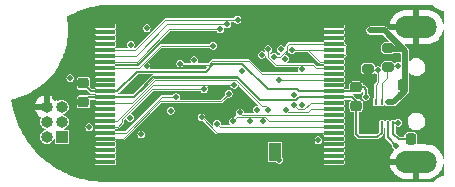
<source format=gbr>
%TF.GenerationSoftware,KiCad,Pcbnew,7.0.6*%
%TF.CreationDate,2023-08-02T13:54:47-07:00*%
%TF.ProjectId,ovrdrive,6f767264-7269-4766-952e-6b696361645f,rev?*%
%TF.SameCoordinates,Original*%
%TF.FileFunction,Copper,L4,Bot*%
%TF.FilePolarity,Positive*%
%FSLAX46Y46*%
G04 Gerber Fmt 4.6, Leading zero omitted, Abs format (unit mm)*
G04 Created by KiCad (PCBNEW 7.0.6) date 2023-08-02 13:54:47*
%MOMM*%
%LPD*%
G01*
G04 APERTURE LIST*
G04 Aperture macros list*
%AMRoundRect*
0 Rectangle with rounded corners*
0 $1 Rounding radius*
0 $2 $3 $4 $5 $6 $7 $8 $9 X,Y pos of 4 corners*
0 Add a 4 corners polygon primitive as box body*
4,1,4,$2,$3,$4,$5,$6,$7,$8,$9,$2,$3,0*
0 Add four circle primitives for the rounded corners*
1,1,$1+$1,$2,$3*
1,1,$1+$1,$4,$5*
1,1,$1+$1,$6,$7*
1,1,$1+$1,$8,$9*
0 Add four rect primitives between the rounded corners*
20,1,$1+$1,$2,$3,$4,$5,0*
20,1,$1+$1,$4,$5,$6,$7,0*
20,1,$1+$1,$6,$7,$8,$9,0*
20,1,$1+$1,$8,$9,$2,$3,0*%
G04 Aperture macros list end*
%TA.AperFunction,SMDPad,CuDef*%
%ADD10RoundRect,0.200000X0.275000X-0.200000X0.275000X0.200000X-0.275000X0.200000X-0.275000X-0.200000X0*%
%TD*%
%TA.AperFunction,SMDPad,CuDef*%
%ADD11RoundRect,0.200000X-0.275000X0.200000X-0.275000X-0.200000X0.275000X-0.200000X0.275000X0.200000X0*%
%TD*%
%TA.AperFunction,SMDPad,CuDef*%
%ADD12RoundRect,0.225000X-0.225000X-0.250000X0.225000X-0.250000X0.225000X0.250000X-0.225000X0.250000X0*%
%TD*%
%TA.AperFunction,ComponentPad*%
%ADD13O,3.500000X1.900000*%
%TD*%
%TA.AperFunction,ComponentPad*%
%ADD14R,1.000000X1.000000*%
%TD*%
%TA.AperFunction,ComponentPad*%
%ADD15O,1.000000X1.000000*%
%TD*%
%TA.AperFunction,SMDPad,CuDef*%
%ADD16RoundRect,0.225000X-0.250000X0.225000X-0.250000X-0.225000X0.250000X-0.225000X0.250000X0.225000X0*%
%TD*%
%TA.AperFunction,SMDPad,CuDef*%
%ADD17R,1.000000X1.500000*%
%TD*%
%TA.AperFunction,SMDPad,CuDef*%
%ADD18RoundRect,0.011200X0.768800X0.128800X-0.768800X0.128800X-0.768800X-0.128800X0.768800X-0.128800X0*%
%TD*%
%TA.AperFunction,SMDPad,CuDef*%
%ADD19R,0.250000X0.500000*%
%TD*%
%TA.AperFunction,SMDPad,CuDef*%
%ADD20R,1.600000X0.900000*%
%TD*%
%TA.AperFunction,ViaPad*%
%ADD21C,0.460000*%
%TD*%
%TA.AperFunction,Conductor*%
%ADD22C,0.500000*%
%TD*%
%TA.AperFunction,Conductor*%
%ADD23C,0.100000*%
%TD*%
%TA.AperFunction,Conductor*%
%ADD24C,0.200000*%
%TD*%
G04 APERTURE END LIST*
D10*
%TO.P,R14,1*%
%TO.N,/IN1*%
X139700000Y-101925000D03*
%TO.P,R14,2*%
%TO.N,+5V*%
X139700000Y-100275000D03*
%TD*%
D11*
%TO.P,R15,1*%
%TO.N,GND*%
X138000000Y-100375000D03*
%TO.P,R15,2*%
%TO.N,/IN2*%
X138000000Y-102025000D03*
%TD*%
D12*
%TO.P,C16,1*%
%TO.N,+5V*%
X140925000Y-103400000D03*
%TO.P,C16,2*%
%TO.N,GND*%
X142475000Y-103400000D03*
%TD*%
%TO.P,C15,1*%
%TO.N,+3.3V*%
X141625000Y-108000000D03*
%TO.P,C15,2*%
%TO.N,GND*%
X143175000Y-108000000D03*
%TD*%
D13*
%TO.P,J1,5,Shield*%
%TO.N,GND*%
X142100000Y-98500000D03*
X142100000Y-109900000D03*
%TD*%
D14*
%TO.P,J3,1,MISO*%
%TO.N,/MISO*%
X112070000Y-107800000D03*
D15*
%TO.P,J3,2,VCC*%
%TO.N,+5V*%
X110800000Y-107800000D03*
%TO.P,J3,3,SCK*%
%TO.N,/SCK*%
X112070000Y-106530000D03*
%TO.P,J3,4,MOSI*%
%TO.N,/MOSI*%
X110800000Y-106530000D03*
%TO.P,J3,5,~{RST}*%
%TO.N,/~{RST}*%
X112070000Y-105260000D03*
%TO.P,J3,6,GND*%
%TO.N,GND*%
X110800000Y-105260000D03*
%TD*%
D16*
%TO.P,C2,1*%
%TO.N,VMEM*%
X113900000Y-103275000D03*
%TO.P,C2,2*%
%TO.N,VS*%
X113900000Y-104825000D03*
%TD*%
D17*
%TO.P,JP1,1,A*%
%TO.N,GND*%
X128800000Y-109050000D03*
%TO.P,JP1,2,B*%
%TO.N,Net-(JP1-B)*%
X130100000Y-109050000D03*
%TD*%
D16*
%TO.P,C1,1*%
%TO.N,VMEM*%
X137000000Y-103625000D03*
%TO.P,C1,2*%
%TO.N,VS*%
X137000000Y-105175000D03*
%TD*%
D18*
%TO.P,U2,1,NC*%
%TO.N,unconnected-(U2B-NC-Pad1)*%
X135127500Y-98450000D03*
%TO.P,U2,2,NC*%
%TO.N,unconnected-(U2B-NC-Pad2)*%
X135127500Y-98950000D03*
%TO.P,U2,3,NC*%
%TO.N,unconnected-(U2B-NC-Pad3)*%
X135127500Y-99450000D03*
%TO.P,U2,4,R/~{B3}*%
%TO.N,/RB0*%
X135127500Y-99950000D03*
%TO.P,U2,5,R1/~{B2}*%
%TO.N,/RB1*%
X135127500Y-100450000D03*
%TO.P,U2,6,R/~{B1}*%
%TO.N,/RB0*%
X135127500Y-100950000D03*
%TO.P,U2,7,R1/~{B0}*%
%TO.N,/RB1*%
X135127500Y-101450000D03*
%TO.P,U2,8,~{RE}*%
%TO.N,/~{RE}*%
X135127500Y-101950000D03*
%TO.P,U2,9,~{CE}*%
%TO.N,Net-(U2A-~{CE})*%
X135127500Y-102450000D03*
%TO.P,U2,10,~{CE1}*%
%TO.N,/~{CE1}*%
X135127500Y-102950000D03*
%TO.P,U2,11,NC*%
%TO.N,unconnected-(U2B-NC-Pad11)*%
X135127500Y-103450000D03*
%TO.P,U2,12,VCC*%
%TO.N,VMEM*%
X135127500Y-103950000D03*
%TO.P,U2,13,VSS*%
%TO.N,VS*%
X135127500Y-104450000D03*
%TO.P,U2,14,~{CE2}*%
%TO.N,/~{CE2}*%
X135127500Y-104950000D03*
%TO.P,U2,15,~{CE3}*%
%TO.N,/~{CE3}*%
X135127500Y-105450000D03*
%TO.P,U2,16,CLE*%
%TO.N,/CLE*%
X135127500Y-105950000D03*
%TO.P,U2,17,ALE*%
%TO.N,/ALE*%
X135127500Y-106450000D03*
%TO.P,U2,18,~{WE}*%
%TO.N,/~{WE}*%
X135127500Y-106950000D03*
%TO.P,U2,19,~{WP}*%
%TO.N,/~{WP}*%
X135127500Y-107450000D03*
%TO.P,U2,20,NC*%
%TO.N,unconnected-(U2B-NC-Pad20)*%
X135127500Y-107950000D03*
%TO.P,U2,21,NC*%
%TO.N,unconnected-(U2B-NC-Pad21)*%
X135127500Y-108450000D03*
%TO.P,U2,22,NC*%
%TO.N,unconnected-(U2B-NC-Pad22)*%
X135127500Y-108950000D03*
%TO.P,U2,23,NC*%
%TO.N,unconnected-(U2B-NC-Pad23)*%
X135127500Y-109450000D03*
%TO.P,U2,24,NC*%
%TO.N,unconnected-(U2B-NC-Pad24)*%
X135127500Y-109950000D03*
%TO.P,U2,25,NC*%
%TO.N,unconnected-(U2B-NC-Pad25)*%
X115767500Y-109950000D03*
%TO.P,U2,26,NC*%
%TO.N,unconnected-(U2B-NC-Pad26)*%
X115767500Y-109450000D03*
%TO.P,U2,27,NC*%
%TO.N,unconnected-(U2B-NC-Pad27)*%
X115767500Y-108950000D03*
%TO.P,U2,28,NC*%
%TO.N,unconnected-(U2B-NC-Pad28)*%
X115767500Y-108450000D03*
%TO.P,U2,29,I/O0*%
%TO.N,/FD0*%
X115767500Y-107950000D03*
%TO.P,U2,30,I/O1*%
%TO.N,/FD1*%
X115767500Y-107450000D03*
%TO.P,U2,31,I/O2*%
%TO.N,/FD2*%
X115767500Y-106950000D03*
%TO.P,U2,32,I/O3*%
%TO.N,/FD3*%
X115767500Y-106450000D03*
%TO.P,U2,33,NC*%
%TO.N,unconnected-(U2B-NC-Pad33)*%
X115767500Y-105950000D03*
%TO.P,U2,34,NC*%
%TO.N,unconnected-(U2B-NC-Pad34)*%
X115767500Y-105450000D03*
%TO.P,U2,35,DQS*%
%TO.N,/DQS*%
X115767500Y-104950000D03*
%TO.P,U2,36,VSS*%
%TO.N,VS*%
X115767500Y-104450000D03*
%TO.P,U2,37,VCC*%
%TO.N,VMEM*%
X115767500Y-103950000D03*
%TO.P,U2,38,NC*%
%TO.N,unconnected-(U2B-NC-Pad38)*%
X115767500Y-103450000D03*
%TO.P,U2,39,NC*%
%TO.N,unconnected-(U2B-NC-Pad39)*%
X115767500Y-102950000D03*
%TO.P,U2,40,NC*%
%TO.N,unconnected-(U2B-NC-Pad40)*%
X115767500Y-102450000D03*
%TO.P,U2,41,I/O4*%
%TO.N,/FD4*%
X115767500Y-101950000D03*
%TO.P,U2,42,I/O5*%
%TO.N,/FD5*%
X115767500Y-101450000D03*
%TO.P,U2,43,I/O6*%
%TO.N,/FD6*%
X115767500Y-100950000D03*
%TO.P,U2,44,I/O7*%
%TO.N,/FD7*%
X115767500Y-100450000D03*
%TO.P,U2,45,NC*%
%TO.N,unconnected-(U2B-NC-Pad45)*%
X115767500Y-99950000D03*
%TO.P,U2,46,NC*%
%TO.N,unconnected-(U2B-NC-Pad46)*%
X115767500Y-99450000D03*
%TO.P,U2,47,NC*%
%TO.N,unconnected-(U2B-NC-Pad47)*%
X115767500Y-98950000D03*
%TO.P,U2,48,NC*%
%TO.N,unconnected-(U2B-NC-Pad48)*%
X115767500Y-98450000D03*
%TD*%
D19*
%TO.P,U5,1,VM*%
%TO.N,+3.3V*%
X140150000Y-106750000D03*
%TO.P,U5,2,OUT1*%
%TO.N,VMEM*%
X139650000Y-106750000D03*
%TO.P,U5,3,OUT2*%
%TO.N,VS*%
X139150000Y-106750000D03*
%TO.P,U5,4,GND*%
%TO.N,GND*%
X138650000Y-106750000D03*
%TO.P,U5,5,IN2*%
%TO.N,/IN2*%
X138650000Y-104850000D03*
%TO.P,U5,6,IN1*%
%TO.N,/IN1*%
X139150000Y-104850000D03*
%TO.P,U5,7,~{SLEEP}*%
%TO.N,+5V*%
X139650000Y-104850000D03*
%TO.P,U5,8,VCC*%
X140150000Y-104850000D03*
D20*
%TO.P,U5,9,GND*%
%TO.N,GND*%
X139400000Y-105800000D03*
%TD*%
D21*
%TO.N,/IN1*%
X140520500Y-101800000D03*
%TO.N,GND*%
X139600000Y-97400000D03*
X137000000Y-100400000D03*
X143600000Y-100400000D03*
X143600000Y-106600000D03*
X133000000Y-99000000D03*
X126400000Y-100400000D03*
X117600000Y-109800000D03*
X124600000Y-107400000D03*
%TO.N,+3.3V*%
X140570500Y-106600000D03*
%TO.N,VMEM*%
X140400000Y-108600000D03*
X137800000Y-104400000D03*
%TO.N,+1V8*%
X131750000Y-104220000D03*
X127300000Y-102200000D03*
X128600000Y-105500000D03*
X131000000Y-101200000D03*
%TO.N,/MOSI*%
X119243348Y-101843348D03*
%TO.N,/~{RST}*%
X121283771Y-105600000D03*
%TO.N,/INHIBIT*%
X117900000Y-100000000D03*
X112800000Y-102829500D03*
%TO.N,Net-(JP1-B)*%
X130500000Y-109750000D03*
%TO.N,/RB1*%
X131550000Y-100450000D03*
%TO.N,/RB0*%
X130050000Y-101010000D03*
%TO.N,/~{CE1}*%
X130450000Y-102950000D03*
%TO.N,/DQS*%
X129550000Y-105540500D03*
%TO.N,Net-(U2A-~{CE})*%
X122100000Y-101600000D03*
%TO.N,/~{CE3}*%
X131050000Y-105540500D03*
%TO.N,/~{CE2}*%
X131700000Y-105100000D03*
%TO.N,/~{RE}*%
X129550000Y-100400000D03*
%TO.N,/~{CE}*%
X119250000Y-98600000D03*
X128991864Y-100879856D03*
%TO.N,/~{WP}*%
X123900000Y-106150000D03*
%TO.N,/~{WE}*%
X125200000Y-106700000D03*
%TO.N,/ALE*%
X126550000Y-106500000D03*
%TO.N,/CLE*%
X127150000Y-105740500D03*
%TO.N,+3.3V*%
X128000000Y-106500000D03*
X130600000Y-100400000D03*
X132400000Y-102100000D03*
X129100000Y-106500000D03*
X123300000Y-101304500D03*
X132400000Y-105100000D03*
%TO.N,GND*%
X108900000Y-105600000D03*
X119800000Y-106500000D03*
X118200000Y-98400000D03*
X132350000Y-101200000D03*
X136500000Y-108600000D03*
X114600000Y-99200000D03*
X132500000Y-109000000D03*
X139750000Y-110950000D03*
X114100000Y-107900000D03*
X126950000Y-97150000D03*
X122550000Y-105950000D03*
X135500000Y-97050000D03*
X119900000Y-101300000D03*
X113350000Y-109800000D03*
X111500000Y-104500000D03*
X122100000Y-99400000D03*
X131000000Y-110600000D03*
X126300000Y-110800000D03*
X117600000Y-103800000D03*
%TO.N,+5V*%
X138200000Y-98800000D03*
X118800000Y-107600000D03*
X133800000Y-108095500D03*
%TO.N,/FD7*%
X126950000Y-97900000D03*
%TO.N,/FD6*%
X126072701Y-98279500D03*
%TO.N,/FD5*%
X125500000Y-98700000D03*
%TO.N,/FD4*%
X124900000Y-100100000D03*
%TO.N,/FD3*%
X126677375Y-103384648D03*
%TO.N,/FD2*%
X124104500Y-103764148D03*
%TO.N,/FD1*%
X121770207Y-104429793D03*
%TO.N,/FD0*%
X126204500Y-104150000D03*
%TO.N,/IN1*%
X117845500Y-106200000D03*
%TO.N,/IN2*%
X138825627Y-102157685D03*
X114400000Y-107000000D03*
%TD*%
D22*
%TO.N,+5V*%
X139800000Y-99200000D02*
X140950000Y-100350000D01*
X140950000Y-100350000D02*
X141100000Y-100500000D01*
X139625000Y-100350000D02*
X140950000Y-100350000D01*
D23*
%TO.N,/IN2*%
X138825627Y-102157685D02*
X138132685Y-102157685D01*
X138132685Y-102157685D02*
X138000000Y-102025000D01*
X138870000Y-102202058D02*
X138870000Y-103200000D01*
X138650000Y-103420000D02*
X138870000Y-103200000D01*
X138650000Y-104850000D02*
X138650000Y-103420000D01*
%TO.N,/IN1*%
X139600000Y-102025000D02*
X139600000Y-102800000D01*
X139600000Y-102800000D02*
X139150000Y-103250000D01*
X140520500Y-101800000D02*
X139825000Y-101800000D01*
X139825000Y-101800000D02*
X139600000Y-102025000D01*
X139150000Y-104850000D02*
X139150000Y-103250000D01*
D22*
%TO.N,+5V*%
X139400000Y-98800000D02*
X139800000Y-99200000D01*
X140800000Y-104200000D02*
X140600000Y-104400000D01*
X140600000Y-104400000D02*
X140150000Y-104850000D01*
X141100000Y-100500000D02*
X141100000Y-103900000D01*
X141100000Y-103900000D02*
X140600000Y-104400000D01*
X138200000Y-98800000D02*
X139400000Y-98800000D01*
D24*
%TO.N,+3.3V*%
X140570500Y-106600000D02*
X140300000Y-106600000D01*
X140300000Y-106600000D02*
X140150000Y-106750000D01*
X140150000Y-106750000D02*
X140150000Y-107550000D01*
X140150000Y-107550000D02*
X140600000Y-108000000D01*
X140600000Y-108000000D02*
X141625000Y-108000000D01*
%TO.N,VS*%
X115767500Y-104450000D02*
X114275000Y-104450000D01*
X114275000Y-104450000D02*
X113900000Y-104825000D01*
%TO.N,VMEM*%
X115767500Y-103950000D02*
X114575000Y-103950000D01*
X114575000Y-103950000D02*
X113900000Y-103275000D01*
X135127500Y-103950000D02*
X132150000Y-103950000D01*
X127358112Y-101650000D02*
X124903554Y-101650000D01*
X132150000Y-103950000D02*
X131990000Y-103790000D01*
X131990000Y-103790000D02*
X129498112Y-103790000D01*
X129498112Y-103790000D02*
X127358112Y-101650000D01*
X124903554Y-101650000D02*
X124280206Y-102273348D01*
X124280206Y-102273348D02*
X118426652Y-102273348D01*
X118426652Y-102273348D02*
X116750000Y-103950000D01*
X116750000Y-103950000D02*
X115767500Y-103950000D01*
%TO.N,VS*%
X118165381Y-104415381D02*
X115802119Y-104415381D01*
X115802119Y-104415381D02*
X115767500Y-104450000D01*
X135127500Y-104450000D02*
X132128112Y-104450000D01*
X132128112Y-104450000D02*
X131928112Y-104650000D01*
X131928112Y-104650000D02*
X128833683Y-104650000D01*
X128833683Y-104650000D02*
X126933683Y-102750000D01*
X126933683Y-102750000D02*
X119830762Y-102750000D01*
X119830762Y-102750000D02*
X118165381Y-104415381D01*
X137000000Y-105175000D02*
X137000000Y-104800000D01*
X137000000Y-104800000D02*
X136650000Y-104450000D01*
X136650000Y-104450000D02*
X135127500Y-104450000D01*
%TO.N,VMEM*%
X137800000Y-103800000D02*
X137800000Y-104400000D01*
X137000000Y-103625000D02*
X137625000Y-103625000D01*
X137625000Y-103625000D02*
X137800000Y-103800000D01*
X140400000Y-108600000D02*
X139650000Y-107850000D01*
X139650000Y-107850000D02*
X139650000Y-106750000D01*
X137000000Y-103625000D02*
X136975000Y-103600000D01*
X136975000Y-103600000D02*
X136625000Y-103950000D01*
X136625000Y-103950000D02*
X135127500Y-103950000D01*
%TO.N,VS*%
X138800000Y-107800000D02*
X137200000Y-107800000D01*
X137200000Y-107800000D02*
X137000000Y-107600000D01*
X139150000Y-107200000D02*
X139150000Y-107450000D01*
X139150000Y-106750000D02*
X139150000Y-107200000D01*
X139150000Y-107450000D02*
X138800000Y-107800000D01*
X137000000Y-107600000D02*
X137000000Y-105175000D01*
D23*
%TO.N,/RB1*%
X133950000Y-101450000D02*
X132950000Y-100450000D01*
X132950000Y-100450000D02*
X135127500Y-100450000D01*
X131550000Y-100450000D02*
X132950000Y-100450000D01*
X135127500Y-101450000D02*
X133950000Y-101450000D01*
%TO.N,/RB0*%
X131100000Y-100150000D02*
X131300000Y-99950000D01*
X135127500Y-100950000D02*
X135900000Y-100950000D01*
X130527402Y-101010000D02*
X131100000Y-100437402D01*
X136100000Y-100750000D02*
X136100000Y-100150000D01*
X130050000Y-101010000D02*
X130527402Y-101010000D01*
X131300000Y-99950000D02*
X135127500Y-99950000D01*
X136100000Y-100150000D02*
X135900000Y-99950000D01*
X131100000Y-100437402D02*
X131100000Y-100150000D01*
X135900000Y-100950000D02*
X136100000Y-100750000D01*
%TO.N,/~{CE1}*%
X135127500Y-102950000D02*
X130450000Y-102950000D01*
%TO.N,/DQS*%
X129061428Y-105231299D02*
X129368701Y-105231299D01*
X115767500Y-104950000D02*
X117984316Y-104950000D01*
X119934316Y-103000000D02*
X126830129Y-103000000D01*
X129550000Y-105412598D02*
X129550000Y-105540500D01*
X129368701Y-105231299D02*
X129550000Y-105412598D01*
X126830129Y-103000000D02*
X129061428Y-105231299D01*
X117984316Y-104950000D02*
X119934316Y-103000000D01*
%TO.N,Net-(U2A-~{CE})*%
X127920000Y-101400000D02*
X129000000Y-102480000D01*
X122184500Y-101684500D02*
X124515500Y-101684500D01*
X124800000Y-101400000D02*
X127920000Y-101400000D01*
X124515500Y-101684500D02*
X124800000Y-101400000D01*
X135127500Y-102450000D02*
X135097500Y-102480000D01*
X135097500Y-102480000D02*
X129000000Y-102480000D01*
X122100000Y-101600000D02*
X122184500Y-101684500D01*
%TO.N,/~{CE3}*%
X133150000Y-105450000D02*
X132920000Y-105680000D01*
X135127500Y-105450000D02*
X133150000Y-105450000D01*
X131189500Y-105680000D02*
X132920000Y-105680000D01*
X131050000Y-105540500D02*
X131189500Y-105680000D01*
%TO.N,/~{CE2}*%
X132080000Y-105480000D02*
X132620000Y-105480000D01*
X135127500Y-104950000D02*
X133150000Y-104950000D01*
X131700000Y-105100000D02*
X132080000Y-105480000D01*
X132620000Y-105480000D02*
X133150000Y-104950000D01*
%TO.N,/~{RE}*%
X129550000Y-100400000D02*
X129550000Y-101047402D01*
X129550000Y-101047402D02*
X130222598Y-101720000D01*
X130222598Y-101720000D02*
X133370000Y-101720000D01*
X133370000Y-101720000D02*
X133600000Y-101950000D01*
X133600000Y-101950000D02*
X135127500Y-101950000D01*
%TO.N,/~{WP}*%
X135127500Y-107450000D02*
X125200000Y-107450000D01*
X125200000Y-107450000D02*
X123900000Y-106150000D01*
%TO.N,/~{WE}*%
X125450000Y-106950000D02*
X125200000Y-106700000D01*
X135127500Y-106950000D02*
X125450000Y-106950000D01*
%TO.N,/ALE*%
X129587402Y-106450000D02*
X129257402Y-106120000D01*
X126930000Y-106120000D02*
X126550000Y-106500000D01*
X129257402Y-106120000D02*
X126930000Y-106120000D01*
X135127500Y-106450000D02*
X129587402Y-106450000D01*
%TO.N,/CLE*%
X127329500Y-105920000D02*
X127150000Y-105740500D01*
X135127500Y-105950000D02*
X135097500Y-105920000D01*
X135097500Y-105920000D02*
X127329500Y-105920000D01*
D22*
%TO.N,+5V*%
X139650000Y-104850000D02*
X140150000Y-104850000D01*
D23*
%TO.N,/FD7*%
X120850000Y-97900000D02*
X118300000Y-100450000D01*
X126950000Y-97900000D02*
X120850000Y-97900000D01*
X118300000Y-100450000D02*
X115767500Y-100450000D01*
%TO.N,/FD6*%
X126072701Y-98279500D02*
X121020500Y-98279500D01*
X118350000Y-100950000D02*
X115767500Y-100950000D01*
X121020500Y-98279500D02*
X118350000Y-100950000D01*
%TO.N,/FD5*%
X121150000Y-98700000D02*
X118400000Y-101450000D01*
X118400000Y-101450000D02*
X115767500Y-101450000D01*
X125500000Y-98700000D02*
X121150000Y-98700000D01*
%TO.N,/FD4*%
X120450000Y-100100000D02*
X118600000Y-101950000D01*
X124900000Y-100100000D02*
X120450000Y-100100000D01*
X118600000Y-101950000D02*
X115767500Y-101950000D01*
%TO.N,/FD3*%
X116767158Y-106450000D02*
X119832510Y-103384648D01*
X119832510Y-103384648D02*
X126677375Y-103384648D01*
X115767500Y-106450000D02*
X116767158Y-106450000D01*
%TO.N,/FD2*%
X115767500Y-106950000D02*
X116800000Y-106950000D01*
X117200000Y-106300000D02*
X119735852Y-103764148D01*
X117200000Y-106550000D02*
X117200000Y-106300000D01*
X119735852Y-103764148D02*
X124104500Y-103764148D01*
X116800000Y-106950000D02*
X117200000Y-106550000D01*
%TO.N,/FD1*%
X117500000Y-107450000D02*
X120520207Y-104429793D01*
X115767500Y-107450000D02*
X117500000Y-107450000D01*
X120520207Y-104429793D02*
X121770207Y-104429793D01*
%TO.N,/FD0*%
X117282842Y-107950000D02*
X115767500Y-107950000D01*
X125544707Y-104809793D02*
X120423049Y-104809793D01*
X120423049Y-104809793D02*
X117282842Y-107950000D01*
X126204500Y-104150000D02*
X125544707Y-104809793D01*
%TO.N,VS*%
X118201474Y-104450000D02*
X119851474Y-102800000D01*
X119851474Y-102800000D02*
X126937402Y-102800000D01*
%TO.N,/IN2*%
X138825627Y-102157685D02*
X138870000Y-102202058D01*
%TD*%
%TA.AperFunction,Conductor*%
%TO.N,GND*%
G36*
X111054000Y-105465000D02*
G01*
X111039648Y-105499648D01*
X111014390Y-105510110D01*
X111054000Y-105462905D01*
X111054000Y-105465000D01*
G37*
%TD.AperFunction*%
%TA.AperFunction,Conductor*%
G36*
X143496587Y-96638571D02*
G01*
X143498948Y-96641105D01*
X143535977Y-96683793D01*
X143557533Y-96708643D01*
X143725459Y-96856897D01*
X143798720Y-96906051D01*
X143911470Y-96981700D01*
X144112322Y-97080875D01*
X144324501Y-97152687D01*
X144394379Y-97166368D01*
X144425623Y-97187109D01*
X144433963Y-97214455D01*
X144433963Y-98243065D01*
X144419611Y-98277713D01*
X144384963Y-98292065D01*
X144350315Y-98277713D01*
X144336631Y-98251130D01*
X144318229Y-98140853D01*
X144239774Y-97912323D01*
X144239770Y-97912313D01*
X144124777Y-97699825D01*
X144124768Y-97699811D01*
X143976364Y-97509141D01*
X143798588Y-97345488D01*
X143596313Y-97213335D01*
X143596307Y-97213331D01*
X143375036Y-97116273D01*
X143375037Y-97116273D01*
X143140801Y-97056956D01*
X142960303Y-97042000D01*
X142354000Y-97042000D01*
X142354000Y-98050000D01*
X141846000Y-98050000D01*
X141846000Y-97042000D01*
X141239697Y-97042000D01*
X141059198Y-97056956D01*
X140824963Y-97116273D01*
X140603692Y-97213331D01*
X140603686Y-97213335D01*
X140401411Y-97345488D01*
X140223635Y-97509141D01*
X140075231Y-97699811D01*
X140075222Y-97699825D01*
X139960229Y-97912313D01*
X139960225Y-97912323D01*
X139881770Y-98140853D01*
X139864225Y-98246000D01*
X140927032Y-98246000D01*
X140876375Y-98333740D01*
X140846190Y-98465992D01*
X140856327Y-98601265D01*
X140905887Y-98727541D01*
X140926987Y-98754000D01*
X139869977Y-98754000D01*
X139835329Y-98739648D01*
X139677136Y-98581454D01*
X139670762Y-98573605D01*
X139661714Y-98559756D01*
X139661437Y-98559331D01*
X139661435Y-98559329D01*
X139661433Y-98559327D01*
X139633657Y-98537709D01*
X139631386Y-98535704D01*
X139627307Y-98531625D01*
X139609561Y-98518955D01*
X139569126Y-98487483D01*
X139569124Y-98487482D01*
X139568852Y-98487389D01*
X139556302Y-98480928D01*
X139556069Y-98480761D01*
X139556067Y-98480760D01*
X139506954Y-98466138D01*
X139500458Y-98463908D01*
X139458488Y-98449500D01*
X139458487Y-98449500D01*
X139458205Y-98449500D01*
X139444221Y-98447462D01*
X139443954Y-98447382D01*
X139392769Y-98449500D01*
X138170960Y-98449500D01*
X138084619Y-98463908D01*
X138084618Y-98463908D01*
X138084615Y-98463909D01*
X137981746Y-98519579D01*
X137981741Y-98519583D01*
X137902516Y-98605643D01*
X137855527Y-98712765D01*
X137847074Y-98814783D01*
X137845868Y-98829344D01*
X137853415Y-98859146D01*
X137874584Y-98942742D01*
X137905874Y-98990635D01*
X137938563Y-99040669D01*
X137938567Y-99040672D01*
X138030873Y-99112516D01*
X138030876Y-99112518D01*
X138059612Y-99122383D01*
X138141512Y-99150500D01*
X139234522Y-99150500D01*
X139269170Y-99164852D01*
X139795170Y-99690852D01*
X139809522Y-99725500D01*
X139795170Y-99760148D01*
X139760522Y-99774500D01*
X139380141Y-99774500D01*
X139380131Y-99774501D01*
X139355007Y-99777415D01*
X139252233Y-99822794D01*
X139172794Y-99902233D01*
X139127415Y-100005006D01*
X139124500Y-100030134D01*
X139124500Y-100519858D01*
X139124501Y-100519868D01*
X139127415Y-100544992D01*
X139172794Y-100647766D01*
X139252233Y-100727205D01*
X139355006Y-100772584D01*
X139355009Y-100772585D01*
X139380135Y-100775500D01*
X140019864Y-100775499D01*
X140044991Y-100772585D01*
X140147765Y-100727206D01*
X140160118Y-100714853D01*
X140194765Y-100700500D01*
X140700500Y-100700500D01*
X140735148Y-100714852D01*
X140749500Y-100749500D01*
X140749500Y-101461659D01*
X140735148Y-101496307D01*
X140700500Y-101510659D01*
X140683741Y-101507704D01*
X140578776Y-101469500D01*
X140462224Y-101469500D01*
X140352702Y-101509363D01*
X140352700Y-101509364D01*
X140295549Y-101557320D01*
X140259781Y-101568598D01*
X140229404Y-101554432D01*
X140147766Y-101472794D01*
X140147767Y-101472794D01*
X140044993Y-101427415D01*
X140032428Y-101425957D01*
X140019865Y-101424500D01*
X140019863Y-101424500D01*
X139380141Y-101424500D01*
X139380131Y-101424501D01*
X139355007Y-101427415D01*
X139252233Y-101472794D01*
X139172794Y-101552233D01*
X139127415Y-101655006D01*
X139124500Y-101680134D01*
X139124500Y-101871951D01*
X139110148Y-101906599D01*
X139075500Y-101920951D01*
X139044004Y-101909487D01*
X138993430Y-101867051D01*
X138993424Y-101867048D01*
X138883903Y-101827185D01*
X138767351Y-101827185D01*
X138657829Y-101867047D01*
X138655993Y-101868589D01*
X138654158Y-101869167D01*
X138654119Y-101869190D01*
X138654113Y-101869181D01*
X138620225Y-101879863D01*
X138586960Y-101862544D01*
X138575499Y-101831050D01*
X138575499Y-101780141D01*
X138575498Y-101780135D01*
X138572585Y-101755009D01*
X138527206Y-101652235D01*
X138527205Y-101652234D01*
X138527205Y-101652233D01*
X138447766Y-101572794D01*
X138447767Y-101572794D01*
X138344993Y-101527415D01*
X138332428Y-101525957D01*
X138319865Y-101524500D01*
X138319863Y-101524500D01*
X137680141Y-101524500D01*
X137680131Y-101524501D01*
X137655007Y-101527415D01*
X137552233Y-101572794D01*
X137472794Y-101652233D01*
X137427415Y-101755006D01*
X137424500Y-101780134D01*
X137424500Y-102269858D01*
X137424501Y-102269868D01*
X137427415Y-102294992D01*
X137472794Y-102397766D01*
X137552233Y-102477205D01*
X137552234Y-102477205D01*
X137552235Y-102477206D01*
X137555904Y-102478826D01*
X137655006Y-102522584D01*
X137655009Y-102522585D01*
X137680135Y-102525500D01*
X138319864Y-102525499D01*
X138344991Y-102522585D01*
X138447765Y-102477206D01*
X138527206Y-102397765D01*
X138527207Y-102397761D01*
X138527562Y-102397407D01*
X138562210Y-102383055D01*
X138593707Y-102394519D01*
X138657825Y-102448320D01*
X138657828Y-102448321D01*
X138686173Y-102458638D01*
X138687259Y-102459033D01*
X138714909Y-102484370D01*
X138719500Y-102505078D01*
X138719500Y-103117364D01*
X138705148Y-103152012D01*
X138572096Y-103285065D01*
X138515064Y-103342096D01*
X138515064Y-103342097D01*
X138511425Y-103355678D01*
X138506531Y-103367494D01*
X138499500Y-103379671D01*
X138499499Y-103379674D01*
X138499499Y-103470069D01*
X138499500Y-103470074D01*
X138499500Y-104469977D01*
X138485148Y-104504625D01*
X138477722Y-104510719D01*
X138452544Y-104527541D01*
X138452543Y-104527542D01*
X138430330Y-104560786D01*
X138430330Y-104560787D01*
X138424500Y-104590095D01*
X138424500Y-105109894D01*
X138424501Y-105109898D01*
X138430331Y-105139213D01*
X138430331Y-105139214D01*
X138430332Y-105139215D01*
X138430332Y-105139216D01*
X138446053Y-105162744D01*
X138452543Y-105172457D01*
X138485787Y-105194669D01*
X138515101Y-105200500D01*
X138784898Y-105200499D01*
X138814213Y-105194669D01*
X138847457Y-105172457D01*
X138859258Y-105154793D01*
X138890439Y-105133959D01*
X138927222Y-105141274D01*
X138940740Y-105154792D01*
X138952543Y-105172457D01*
X138985787Y-105194669D01*
X139015101Y-105200500D01*
X139284898Y-105200499D01*
X139314213Y-105194669D01*
X139347457Y-105172457D01*
X139359258Y-105154793D01*
X139390439Y-105133959D01*
X139427222Y-105141274D01*
X139440740Y-105154792D01*
X139452543Y-105172457D01*
X139465822Y-105181329D01*
X139485784Y-105194668D01*
X139485786Y-105194668D01*
X139485787Y-105194669D01*
X139515101Y-105200500D01*
X139581761Y-105200499D01*
X139581767Y-105200500D01*
X139591512Y-105200500D01*
X140015101Y-105200500D01*
X140108567Y-105200500D01*
X140118622Y-105201543D01*
X140122566Y-105202369D01*
X140135315Y-105205043D01*
X140170250Y-105200688D01*
X140173284Y-105200500D01*
X140182984Y-105200500D01*
X140182996Y-105200499D01*
X140284895Y-105200499D01*
X140284898Y-105200499D01*
X140314213Y-105194669D01*
X140347457Y-105172457D01*
X140369669Y-105139213D01*
X140369669Y-105139210D01*
X140371517Y-105134752D01*
X140371947Y-105134930D01*
X140381612Y-105115910D01*
X140402957Y-105092724D01*
X140868375Y-104627307D01*
X140868375Y-104627306D01*
X141318545Y-104177134D01*
X141326387Y-104170767D01*
X141340669Y-104161437D01*
X141362303Y-104133639D01*
X141364306Y-104131374D01*
X141364447Y-104131233D01*
X141368375Y-104127306D01*
X141381038Y-104109569D01*
X141412517Y-104069126D01*
X141412605Y-104068867D01*
X141419077Y-104056292D01*
X141419240Y-104056066D01*
X141433861Y-104006954D01*
X141450500Y-103958488D01*
X141450500Y-103958202D01*
X141452537Y-103944222D01*
X141452617Y-103943954D01*
X141450500Y-103892758D01*
X141450500Y-103786636D01*
X141455091Y-103765928D01*
X141457497Y-103760767D01*
X141469259Y-103735545D01*
X141475500Y-103688139D01*
X141475499Y-103111862D01*
X141469259Y-103064455D01*
X141455090Y-103034071D01*
X141450500Y-103013363D01*
X141450500Y-102432228D01*
X141464852Y-102397580D01*
X141499500Y-102383228D01*
X141534148Y-102397580D01*
X141538804Y-102402968D01*
X141550387Y-102418528D01*
X141550389Y-102418529D01*
X141550390Y-102418530D01*
X141684786Y-102531302D01*
X141841567Y-102610040D01*
X142012279Y-102650500D01*
X142012280Y-102650500D01*
X142143705Y-102650500D01*
X142143709Y-102650500D01*
X142274255Y-102635241D01*
X142439117Y-102575237D01*
X142585696Y-102478830D01*
X142602292Y-102461240D01*
X142662515Y-102397407D01*
X142706092Y-102351218D01*
X142793812Y-102199281D01*
X142844130Y-102031210D01*
X142854331Y-101856065D01*
X142823865Y-101683289D01*
X142754377Y-101522196D01*
X142753114Y-101520500D01*
X142699722Y-101448782D01*
X142649610Y-101381470D01*
X142577747Y-101321170D01*
X142515214Y-101268698D01*
X142358434Y-101189960D01*
X142358432Y-101189959D01*
X142226100Y-101158596D01*
X142187721Y-101149500D01*
X142056291Y-101149500D01*
X141972175Y-101159332D01*
X141925743Y-101164759D01*
X141925742Y-101164760D01*
X141760883Y-101224762D01*
X141614305Y-101321169D01*
X141614299Y-101321173D01*
X141535141Y-101405077D01*
X141500925Y-101420430D01*
X141465874Y-101407092D01*
X141450521Y-101372876D01*
X141450500Y-101371451D01*
X141450500Y-100541431D01*
X141451543Y-100531375D01*
X141451871Y-100529811D01*
X141455043Y-100514685D01*
X141450688Y-100479749D01*
X141450500Y-100476716D01*
X141450500Y-100470964D01*
X141450500Y-100470960D01*
X141446912Y-100449459D01*
X141440573Y-100398607D01*
X141440447Y-100398350D01*
X141436138Y-100384893D01*
X141436092Y-100384620D01*
X141436092Y-100384619D01*
X141411704Y-100339555D01*
X141389198Y-100293516D01*
X141388998Y-100293316D01*
X141380551Y-100281988D01*
X141380418Y-100281742D01*
X141342724Y-100247042D01*
X141227136Y-100131454D01*
X141220762Y-100123605D01*
X141219895Y-100122278D01*
X141211437Y-100109331D01*
X141211435Y-100109330D01*
X141211435Y-100109329D01*
X141183658Y-100087709D01*
X141181380Y-100085698D01*
X141176682Y-100080999D01*
X141176652Y-100080971D01*
X141131392Y-100035711D01*
X141117041Y-100001064D01*
X141131393Y-99966416D01*
X141166041Y-99952064D01*
X141170088Y-99952231D01*
X141239698Y-99958000D01*
X141846000Y-99958000D01*
X141846000Y-98950000D01*
X142354000Y-98950000D01*
X142354000Y-99958000D01*
X142960303Y-99958000D01*
X143140801Y-99943043D01*
X143375036Y-99883726D01*
X143596307Y-99786668D01*
X143596313Y-99786664D01*
X143798588Y-99654511D01*
X143976364Y-99490858D01*
X144124768Y-99300188D01*
X144124777Y-99300174D01*
X144239770Y-99087686D01*
X144239774Y-99087676D01*
X144318229Y-98859146D01*
X144336631Y-98748869D01*
X144356490Y-98717056D01*
X144393028Y-98708602D01*
X144424841Y-98728461D01*
X144433963Y-98756934D01*
X144433963Y-109643065D01*
X144419611Y-109677713D01*
X144384963Y-109692065D01*
X144350315Y-109677713D01*
X144336631Y-109651130D01*
X144318229Y-109540853D01*
X144239774Y-109312323D01*
X144239770Y-109312313D01*
X144124777Y-109099825D01*
X144124768Y-109099811D01*
X143976364Y-108909141D01*
X143798588Y-108745488D01*
X143596313Y-108613335D01*
X143596307Y-108613331D01*
X143375036Y-108516273D01*
X143375037Y-108516273D01*
X143140801Y-108456956D01*
X142960303Y-108442000D01*
X142196533Y-108442000D01*
X142161885Y-108427648D01*
X142147533Y-108393000D01*
X142152124Y-108372292D01*
X142167547Y-108339216D01*
X142169259Y-108335545D01*
X142175500Y-108288139D01*
X142175499Y-107711862D01*
X142169259Y-107664455D01*
X142169258Y-107664453D01*
X142138970Y-107599500D01*
X142120747Y-107560421D01*
X142120746Y-107560420D01*
X142120745Y-107560418D01*
X142039581Y-107479254D01*
X142039579Y-107479253D01*
X141987862Y-107455137D01*
X141935546Y-107430741D01*
X141926063Y-107429492D01*
X141888139Y-107424500D01*
X141888135Y-107424500D01*
X141361867Y-107424500D01*
X141361861Y-107424501D01*
X141314454Y-107430740D01*
X141210420Y-107479253D01*
X141210418Y-107479254D01*
X141129254Y-107560418D01*
X141129253Y-107560420D01*
X141080742Y-107664452D01*
X141080741Y-107664453D01*
X141079247Y-107675801D01*
X141074642Y-107710789D01*
X141074500Y-107711864D01*
X141074500Y-107750500D01*
X141060148Y-107785148D01*
X141025500Y-107799500D01*
X140703345Y-107799500D01*
X140668697Y-107785148D01*
X140364852Y-107481303D01*
X140350500Y-107446655D01*
X140350500Y-107082765D01*
X140358757Y-107055543D01*
X140369669Y-107039213D01*
X140375500Y-107009899D01*
X140375499Y-106950714D01*
X140389850Y-106916067D01*
X140424498Y-106901715D01*
X140441258Y-106904670D01*
X140512224Y-106930500D01*
X140628776Y-106930500D01*
X140738299Y-106890636D01*
X140827583Y-106815718D01*
X140872883Y-106737256D01*
X140885858Y-106714783D01*
X140885858Y-106714782D01*
X140885859Y-106714781D01*
X140906098Y-106600000D01*
X140896212Y-106543935D01*
X141345669Y-106543935D01*
X141376135Y-106716711D01*
X141445623Y-106877804D01*
X141445624Y-106877806D01*
X141505536Y-106958281D01*
X141550390Y-107018530D01*
X141684786Y-107131302D01*
X141841567Y-107210040D01*
X142012279Y-107250500D01*
X142012280Y-107250500D01*
X142143705Y-107250500D01*
X142143709Y-107250500D01*
X142274255Y-107235241D01*
X142439117Y-107175237D01*
X142585696Y-107078830D01*
X142608615Y-107054538D01*
X142706087Y-106951223D01*
X142706092Y-106951218D01*
X142793812Y-106799281D01*
X142844130Y-106631210D01*
X142854331Y-106456065D01*
X142823865Y-106283289D01*
X142754377Y-106122196D01*
X142739473Y-106102177D01*
X142689625Y-106035219D01*
X142649610Y-105981470D01*
X142647567Y-105979756D01*
X142515214Y-105868698D01*
X142358434Y-105789960D01*
X142358432Y-105789959D01*
X142223184Y-105757905D01*
X142187721Y-105749500D01*
X142056291Y-105749500D01*
X141969260Y-105759672D01*
X141925743Y-105764759D01*
X141925742Y-105764760D01*
X141760883Y-105824762D01*
X141614305Y-105921169D01*
X141614299Y-105921173D01*
X141493912Y-106048776D01*
X141493907Y-106048783D01*
X141406189Y-106200716D01*
X141406185Y-106200725D01*
X141355871Y-106368785D01*
X141355869Y-106368792D01*
X141346451Y-106530500D01*
X141345669Y-106543935D01*
X140896212Y-106543935D01*
X140885859Y-106485219D01*
X140885858Y-106485217D01*
X140885858Y-106485216D01*
X140827584Y-106384283D01*
X140827582Y-106384280D01*
X140738299Y-106309364D01*
X140738297Y-106309363D01*
X140628776Y-106269500D01*
X140512224Y-106269500D01*
X140402702Y-106309363D01*
X140402700Y-106309364D01*
X140390621Y-106319500D01*
X140313420Y-106384280D01*
X140310134Y-106387037D01*
X140308770Y-106385412D01*
X140282077Y-106399313D01*
X140277799Y-106399500D01*
X140015105Y-106399500D01*
X140015104Y-106399500D01*
X140015102Y-106399501D01*
X139985787Y-106405331D01*
X139985786Y-106405331D01*
X139985784Y-106405332D01*
X139985783Y-106405332D01*
X139952543Y-106427542D01*
X139952542Y-106427543D01*
X139940740Y-106445206D01*
X139909557Y-106466041D01*
X139872775Y-106458723D01*
X139859259Y-106445207D01*
X139847457Y-106427543D01*
X139816882Y-106407114D01*
X139814212Y-106405330D01*
X139784901Y-106399500D01*
X139515105Y-106399500D01*
X139515104Y-106399500D01*
X139515102Y-106399501D01*
X139485787Y-106405331D01*
X139485786Y-106405331D01*
X139485784Y-106405332D01*
X139485783Y-106405332D01*
X139452543Y-106427542D01*
X139452542Y-106427543D01*
X139440740Y-106445206D01*
X139409557Y-106466041D01*
X139372775Y-106458723D01*
X139359259Y-106445207D01*
X139347457Y-106427543D01*
X139316882Y-106407114D01*
X139314212Y-106405330D01*
X139284901Y-106399500D01*
X139015105Y-106399500D01*
X139015104Y-106399500D01*
X139015102Y-106399501D01*
X138985787Y-106405331D01*
X138985786Y-106405331D01*
X138985784Y-106405332D01*
X138985783Y-106405332D01*
X138952543Y-106427542D01*
X138930330Y-106460786D01*
X138930330Y-106460787D01*
X138924500Y-106490095D01*
X138924500Y-107009894D01*
X138924501Y-107009898D01*
X138926712Y-107021015D01*
X138930331Y-107039213D01*
X138930333Y-107039217D01*
X138941242Y-107055543D01*
X138949500Y-107082766D01*
X138949500Y-107346654D01*
X138935148Y-107381302D01*
X138731303Y-107585148D01*
X138696655Y-107599500D01*
X137303346Y-107599500D01*
X137268698Y-107585148D01*
X137214852Y-107531302D01*
X137200500Y-107496654D01*
X137200500Y-105774499D01*
X137214852Y-105739851D01*
X137249500Y-105725499D01*
X137288133Y-105725499D01*
X137288138Y-105725499D01*
X137335545Y-105719259D01*
X137439579Y-105670747D01*
X137520747Y-105589579D01*
X137569259Y-105485545D01*
X137575500Y-105438139D01*
X137575499Y-104911862D01*
X137569259Y-104864455D01*
X137569258Y-104864453D01*
X137542816Y-104807748D01*
X137520747Y-104760421D01*
X137520746Y-104760420D01*
X137520745Y-104760418D01*
X137439581Y-104679254D01*
X137439579Y-104679253D01*
X137365997Y-104644941D01*
X137335546Y-104630741D01*
X137326063Y-104629492D01*
X137288139Y-104624500D01*
X137288135Y-104624500D01*
X137128346Y-104624500D01*
X137093698Y-104610148D01*
X136821750Y-104338201D01*
X136812249Y-104324809D01*
X136810789Y-104321777D01*
X136802306Y-104315012D01*
X136784876Y-104301111D01*
X136782838Y-104299289D01*
X136775801Y-104292252D01*
X136775799Y-104292251D01*
X136767370Y-104286953D01*
X136765130Y-104285363D01*
X136736848Y-104262809D01*
X136718707Y-104229985D01*
X136729089Y-104193948D01*
X136761913Y-104175807D01*
X136767382Y-104175499D01*
X137288138Y-104175499D01*
X137335545Y-104169259D01*
X137439579Y-104120747D01*
X137471077Y-104089249D01*
X137515852Y-104044475D01*
X137550500Y-104030123D01*
X137585148Y-104044475D01*
X137599500Y-104079123D01*
X137599500Y-104113953D01*
X137585148Y-104148601D01*
X137581997Y-104151489D01*
X137542917Y-104184280D01*
X137542915Y-104184283D01*
X137484641Y-104285216D01*
X137464402Y-104400000D01*
X137484641Y-104514783D01*
X137542915Y-104615716D01*
X137542917Y-104615719D01*
X137608188Y-104670487D01*
X137632201Y-104690636D01*
X137741724Y-104730500D01*
X137858276Y-104730500D01*
X137967799Y-104690636D01*
X138057083Y-104615718D01*
X138088798Y-104560786D01*
X138115358Y-104514783D01*
X138115358Y-104514782D01*
X138115359Y-104514781D01*
X138135598Y-104400000D01*
X138115359Y-104285219D01*
X138115358Y-104285217D01*
X138115358Y-104285216D01*
X138057084Y-104184283D01*
X138057082Y-104184280D01*
X138018003Y-104151489D01*
X138000686Y-104118223D01*
X138000500Y-104113953D01*
X138000500Y-103842388D01*
X138003251Y-103826202D01*
X138003622Y-103825140D01*
X138004362Y-103823026D01*
X138000653Y-103790113D01*
X138000500Y-103787369D01*
X138000500Y-103777409D01*
X137998284Y-103767703D01*
X137997823Y-103764990D01*
X137995145Y-103741220D01*
X137994115Y-103732076D01*
X137992321Y-103729221D01*
X137986038Y-103714049D01*
X137985290Y-103710769D01*
X137985289Y-103710767D01*
X137964634Y-103684868D01*
X137963042Y-103682625D01*
X137957748Y-103674198D01*
X137950701Y-103667151D01*
X137948877Y-103665110D01*
X137944268Y-103659331D01*
X137928224Y-103639212D01*
X137928223Y-103639211D01*
X137925185Y-103637748D01*
X137911800Y-103628250D01*
X137796750Y-103513201D01*
X137787249Y-103499809D01*
X137785789Y-103496777D01*
X137785788Y-103496776D01*
X137759876Y-103476111D01*
X137757838Y-103474289D01*
X137750801Y-103467252D01*
X137750799Y-103467251D01*
X137742370Y-103461953D01*
X137740130Y-103460363D01*
X137714230Y-103439709D01*
X137710944Y-103438959D01*
X137695778Y-103432677D01*
X137692926Y-103430885D01*
X137692922Y-103430883D01*
X137660006Y-103427175D01*
X137657296Y-103426715D01*
X137647590Y-103424500D01*
X137637632Y-103424500D01*
X137634891Y-103424346D01*
X137627608Y-103423525D01*
X137619012Y-103422557D01*
X137586189Y-103404415D01*
X137575499Y-103373865D01*
X137575499Y-103361867D01*
X137575499Y-103361864D01*
X137575499Y-103361862D01*
X137569259Y-103314455D01*
X137569258Y-103314453D01*
X137534851Y-103240667D01*
X137520747Y-103210421D01*
X137520746Y-103210420D01*
X137520745Y-103210418D01*
X137439581Y-103129254D01*
X137439579Y-103129253D01*
X137335547Y-103080742D01*
X137335546Y-103080741D01*
X137326063Y-103079492D01*
X137288139Y-103074500D01*
X137288135Y-103074500D01*
X136711867Y-103074500D01*
X136711861Y-103074501D01*
X136664454Y-103080740D01*
X136560420Y-103129253D01*
X136560418Y-103129254D01*
X136479254Y-103210418D01*
X136479253Y-103210420D01*
X136430742Y-103314452D01*
X136430741Y-103314453D01*
X136430741Y-103314454D01*
X136430741Y-103314455D01*
X136424500Y-103361861D01*
X136424500Y-103549500D01*
X136424501Y-103700500D01*
X136410149Y-103735148D01*
X136375501Y-103749500D01*
X136004911Y-103749500D01*
X135977680Y-103741237D01*
X135976932Y-103740737D01*
X135956103Y-103709550D01*
X135963426Y-103672769D01*
X135973436Y-103662761D01*
X135973419Y-103662744D01*
X135976830Y-103659332D01*
X135976831Y-103659331D01*
X136001519Y-103622383D01*
X136008000Y-103589800D01*
X136008000Y-103310200D01*
X136001519Y-103277617D01*
X135976831Y-103240669D01*
X135976830Y-103240667D01*
X135973419Y-103237256D01*
X135974134Y-103236540D01*
X135956105Y-103209564D01*
X135963418Y-103172781D01*
X135973437Y-103162762D01*
X135973419Y-103162744D01*
X135976830Y-103159332D01*
X135981721Y-103152012D01*
X136001519Y-103122383D01*
X136008000Y-103089800D01*
X136008000Y-102810200D01*
X136001519Y-102777617D01*
X135976831Y-102740669D01*
X135976830Y-102740667D01*
X135973419Y-102737256D01*
X135974134Y-102736540D01*
X135956105Y-102709564D01*
X135963418Y-102672781D01*
X135973437Y-102662762D01*
X135973419Y-102662744D01*
X135976830Y-102659332D01*
X135976831Y-102659331D01*
X136001519Y-102622383D01*
X136008000Y-102589800D01*
X136008000Y-102310200D01*
X136001519Y-102277617D01*
X135976831Y-102240669D01*
X135976830Y-102240667D01*
X135973419Y-102237256D01*
X135974134Y-102236540D01*
X135956105Y-102209564D01*
X135963418Y-102172781D01*
X135973437Y-102162762D01*
X135973419Y-102162744D01*
X135976830Y-102159332D01*
X135979283Y-102155661D01*
X136001519Y-102122383D01*
X136008000Y-102089800D01*
X136008000Y-101810200D01*
X136001519Y-101777617D01*
X135976831Y-101740669D01*
X135976830Y-101740667D01*
X135973419Y-101737256D01*
X135974134Y-101736540D01*
X135956105Y-101709564D01*
X135963418Y-101672781D01*
X135973437Y-101662762D01*
X135973419Y-101662744D01*
X135976830Y-101659332D01*
X135976831Y-101659331D01*
X136001519Y-101622383D01*
X136008000Y-101589800D01*
X136008000Y-101310200D01*
X136001519Y-101277617D01*
X135976831Y-101240669D01*
X135976830Y-101240667D01*
X135973419Y-101237256D01*
X135974134Y-101236540D01*
X135956105Y-101209564D01*
X135963418Y-101172781D01*
X135973437Y-101162762D01*
X135973419Y-101162744D01*
X135976830Y-101159332D01*
X135977322Y-101158596D01*
X136001519Y-101122383D01*
X136008000Y-101089800D01*
X136008000Y-101075136D01*
X136022352Y-101040488D01*
X136041822Y-101021018D01*
X136041826Y-101021011D01*
X136220430Y-100842409D01*
X136234935Y-100827904D01*
X136238574Y-100814319D01*
X136243471Y-100802499D01*
X136245577Y-100798853D01*
X136250500Y-100790327D01*
X136250501Y-100709673D01*
X136250500Y-100709671D01*
X136250500Y-100130186D01*
X136250500Y-100130185D01*
X136250500Y-100109673D01*
X136243466Y-100097491D01*
X136238573Y-100085678D01*
X136234935Y-100072096D01*
X136177905Y-100015065D01*
X136177903Y-100015064D01*
X136175111Y-100012272D01*
X136175111Y-100012271D01*
X136175108Y-100012269D01*
X136022352Y-99859512D01*
X136008000Y-99824864D01*
X136008000Y-99810203D01*
X136008000Y-99810202D01*
X136008000Y-99810200D01*
X136001519Y-99777617D01*
X135976831Y-99740669D01*
X135976830Y-99740667D01*
X135973419Y-99737256D01*
X135974134Y-99736540D01*
X135956105Y-99709564D01*
X135963418Y-99672781D01*
X135973437Y-99662762D01*
X135973419Y-99662744D01*
X135976830Y-99659332D01*
X135976831Y-99659331D01*
X136001519Y-99622383D01*
X136008000Y-99589800D01*
X136008000Y-99310200D01*
X136001519Y-99277617D01*
X135989258Y-99259267D01*
X135976830Y-99240667D01*
X135973419Y-99237256D01*
X135974134Y-99236540D01*
X135956105Y-99209564D01*
X135963418Y-99172781D01*
X135973437Y-99162762D01*
X135973419Y-99162744D01*
X135976830Y-99159332D01*
X135976831Y-99159331D01*
X136001519Y-99122383D01*
X136008000Y-99089800D01*
X136008000Y-98810200D01*
X136001519Y-98777617D01*
X135976831Y-98740669D01*
X135976830Y-98740667D01*
X135973419Y-98737256D01*
X135974134Y-98736540D01*
X135956105Y-98709564D01*
X135963418Y-98672781D01*
X135973437Y-98662762D01*
X135973419Y-98662744D01*
X135976830Y-98659332D01*
X135976831Y-98659331D01*
X136001519Y-98622383D01*
X136008000Y-98589800D01*
X136008000Y-98310200D01*
X136001519Y-98277617D01*
X135983821Y-98251130D01*
X135976831Y-98240668D01*
X135939883Y-98215981D01*
X135939882Y-98215981D01*
X135907300Y-98209500D01*
X134347700Y-98209500D01*
X134323262Y-98214360D01*
X134315116Y-98215981D01*
X134278168Y-98240668D01*
X134253481Y-98277616D01*
X134253480Y-98277617D01*
X134253481Y-98277617D01*
X134247000Y-98310200D01*
X134247000Y-98589800D01*
X134251018Y-98610000D01*
X134253481Y-98622383D01*
X134278169Y-98659332D01*
X134281581Y-98662744D01*
X134280866Y-98663458D01*
X134298895Y-98690441D01*
X134291578Y-98727224D01*
X134281563Y-98737238D01*
X134281581Y-98737256D01*
X134278169Y-98740667D01*
X134253481Y-98777616D01*
X134253480Y-98777617D01*
X134253481Y-98777617D01*
X134247000Y-98810200D01*
X134247000Y-99089800D01*
X134251519Y-99112517D01*
X134253481Y-99122383D01*
X134278169Y-99159332D01*
X134281581Y-99162744D01*
X134280866Y-99163458D01*
X134298895Y-99190441D01*
X134291578Y-99227224D01*
X134281563Y-99237238D01*
X134281581Y-99237256D01*
X134278169Y-99240667D01*
X134253481Y-99277616D01*
X134253480Y-99277617D01*
X134253481Y-99277617D01*
X134247000Y-99310200D01*
X134247000Y-99589800D01*
X134253481Y-99622383D01*
X134278169Y-99659332D01*
X134281581Y-99662744D01*
X134280866Y-99663458D01*
X134298895Y-99690441D01*
X134291578Y-99727224D01*
X134281563Y-99737238D01*
X134281581Y-99737256D01*
X134278171Y-99740665D01*
X134269078Y-99754273D01*
X134253481Y-99777617D01*
X134253480Y-99777619D01*
X134253412Y-99777722D01*
X134222229Y-99798558D01*
X134212669Y-99799500D01*
X131259671Y-99799500D01*
X131247494Y-99806531D01*
X131235678Y-99811425D01*
X131222098Y-99815063D01*
X131222097Y-99815064D01*
X131165065Y-99872095D01*
X131165064Y-99872096D01*
X131022096Y-100015065D01*
X130965064Y-100072096D01*
X130965064Y-100072097D01*
X130961425Y-100085678D01*
X130956531Y-100097494D01*
X130949500Y-100109671D01*
X130949499Y-100109674D01*
X130949499Y-100161481D01*
X130935147Y-100196129D01*
X130900498Y-100210480D01*
X130865850Y-100196128D01*
X130858064Y-100185980D01*
X130857084Y-100184283D01*
X130857082Y-100184280D01*
X130767799Y-100109364D01*
X130767797Y-100109363D01*
X130658276Y-100069500D01*
X130541724Y-100069500D01*
X130432202Y-100109363D01*
X130432200Y-100109364D01*
X130342917Y-100184280D01*
X130342915Y-100184283D01*
X130284641Y-100285216D01*
X130264402Y-100400000D01*
X130284641Y-100514783D01*
X130342915Y-100615716D01*
X130342917Y-100615719D01*
X130398982Y-100662762D01*
X130432201Y-100690636D01*
X130449499Y-100696932D01*
X130507820Y-100718160D01*
X130535470Y-100743497D01*
X130537106Y-100780964D01*
X130525709Y-100798853D01*
X130479414Y-100845148D01*
X130444768Y-100859500D01*
X130373027Y-100859500D01*
X130338379Y-100845148D01*
X130330592Y-100835000D01*
X130307084Y-100794283D01*
X130307082Y-100794280D01*
X130217799Y-100719364D01*
X130217797Y-100719363D01*
X130108276Y-100679500D01*
X129991724Y-100679500D01*
X129882202Y-100719363D01*
X129882200Y-100719364D01*
X129792917Y-100794280D01*
X129792915Y-100794283D01*
X129791934Y-100795983D01*
X129790685Y-100796940D01*
X129790162Y-100797565D01*
X129790023Y-100797448D01*
X129762180Y-100818812D01*
X129724998Y-100813915D01*
X129702169Y-100784161D01*
X129700500Y-100771482D01*
X129700500Y-100765072D01*
X129700500Y-100727998D01*
X129714850Y-100693353D01*
X129717979Y-100690484D01*
X129807083Y-100615718D01*
X129852906Y-100536350D01*
X129865358Y-100514783D01*
X129865358Y-100514782D01*
X129865359Y-100514781D01*
X129885598Y-100400000D01*
X129865359Y-100285219D01*
X129865358Y-100285217D01*
X129865358Y-100285216D01*
X129807084Y-100184283D01*
X129807082Y-100184280D01*
X129717799Y-100109364D01*
X129717797Y-100109363D01*
X129608276Y-100069500D01*
X129491724Y-100069500D01*
X129382202Y-100109363D01*
X129382200Y-100109364D01*
X129292917Y-100184280D01*
X129292915Y-100184283D01*
X129234641Y-100285216D01*
X129214402Y-100400000D01*
X129234641Y-100514783D01*
X129249512Y-100540539D01*
X129254407Y-100577721D01*
X129231577Y-100607474D01*
X129194395Y-100612369D01*
X129175581Y-100602576D01*
X129159663Y-100589220D01*
X129159661Y-100589219D01*
X129050140Y-100549356D01*
X128933588Y-100549356D01*
X128824066Y-100589219D01*
X128824064Y-100589220D01*
X128734781Y-100664136D01*
X128734779Y-100664139D01*
X128676505Y-100765072D01*
X128656266Y-100879856D01*
X128676505Y-100994639D01*
X128734779Y-101095572D01*
X128734781Y-101095575D01*
X128799933Y-101150243D01*
X128824065Y-101170492D01*
X128933588Y-101210356D01*
X129050140Y-101210356D01*
X129159663Y-101170492D01*
X129248947Y-101095574D01*
X129307223Y-100994637D01*
X129307223Y-100994632D01*
X129308063Y-100993179D01*
X129337816Y-100970349D01*
X129374999Y-100975243D01*
X129397829Y-101004996D01*
X129399499Y-101017678D01*
X129399499Y-101087727D01*
X129399500Y-101087729D01*
X129406531Y-101099907D01*
X129411425Y-101111724D01*
X129415063Y-101125302D01*
X129415064Y-101125304D01*
X129415065Y-101125306D01*
X129472095Y-101182337D01*
X129478986Y-101189228D01*
X129478989Y-101189230D01*
X130087663Y-101797904D01*
X130144694Y-101854935D01*
X130158276Y-101858573D01*
X130170089Y-101863466D01*
X130182271Y-101870500D01*
X130202784Y-101870500D01*
X132066003Y-101870500D01*
X132100651Y-101884852D01*
X132115003Y-101919500D01*
X132108438Y-101944000D01*
X132084641Y-101985216D01*
X132064402Y-102100000D01*
X132084641Y-102214783D01*
X132108438Y-102256000D01*
X132113333Y-102293183D01*
X132090503Y-102322935D01*
X132066003Y-102329500D01*
X129082635Y-102329500D01*
X129047987Y-102315148D01*
X128530743Y-101797904D01*
X128012409Y-101279570D01*
X128001537Y-101268698D01*
X127997905Y-101265065D01*
X127997902Y-101265063D01*
X127984322Y-101261425D01*
X127972505Y-101256531D01*
X127960327Y-101249500D01*
X127960324Y-101249499D01*
X127873973Y-101249499D01*
X127873965Y-101249500D01*
X124759671Y-101249500D01*
X124747494Y-101256531D01*
X124735678Y-101261425D01*
X124722098Y-101265063D01*
X124722097Y-101265064D01*
X124722095Y-101265065D01*
X124722096Y-101265065D01*
X124665065Y-101322095D01*
X124665064Y-101322096D01*
X124559746Y-101427415D01*
X124467513Y-101519648D01*
X124432865Y-101534000D01*
X123633997Y-101534000D01*
X123599349Y-101519648D01*
X123584997Y-101485000D01*
X123591562Y-101460500D01*
X123615358Y-101419283D01*
X123615358Y-101419282D01*
X123615359Y-101419281D01*
X123635598Y-101304500D01*
X123615359Y-101189719D01*
X123615358Y-101189717D01*
X123615358Y-101189716D01*
X123557084Y-101088783D01*
X123557082Y-101088780D01*
X123467799Y-101013864D01*
X123467797Y-101013863D01*
X123358276Y-100974000D01*
X123241724Y-100974000D01*
X123132202Y-101013863D01*
X123132200Y-101013864D01*
X123042917Y-101088780D01*
X123042915Y-101088783D01*
X122984641Y-101189716D01*
X122964402Y-101304500D01*
X122984641Y-101419283D01*
X123008438Y-101460500D01*
X123013333Y-101497683D01*
X122990503Y-101527435D01*
X122966003Y-101534000D01*
X122465076Y-101534000D01*
X122430428Y-101519648D01*
X122416821Y-101493510D01*
X122415359Y-101485219D01*
X122381986Y-101427415D01*
X122357084Y-101384283D01*
X122357082Y-101384280D01*
X122267799Y-101309364D01*
X122267797Y-101309363D01*
X122158276Y-101269500D01*
X122041724Y-101269500D01*
X121932202Y-101309363D01*
X121932200Y-101309364D01*
X121842917Y-101384280D01*
X121842915Y-101384283D01*
X121784641Y-101485216D01*
X121764402Y-101600000D01*
X121784641Y-101714783D01*
X121842915Y-101815716D01*
X121842917Y-101815719D01*
X121907012Y-101869500D01*
X121932201Y-101890636D01*
X122041724Y-101930500D01*
X122158276Y-101930500D01*
X122267799Y-101890636D01*
X122320442Y-101846463D01*
X122351938Y-101835000D01*
X124316709Y-101835000D01*
X124351357Y-101849352D01*
X124365709Y-101884000D01*
X124351357Y-101918648D01*
X124211509Y-102058496D01*
X124176861Y-102072848D01*
X119577345Y-102072848D01*
X119542697Y-102058496D01*
X119528345Y-102023848D01*
X119534910Y-101999348D01*
X119558706Y-101958131D01*
X119558706Y-101958130D01*
X119558707Y-101958129D01*
X119578946Y-101843348D01*
X119558707Y-101728567D01*
X119558706Y-101728565D01*
X119558706Y-101728564D01*
X119500432Y-101627631D01*
X119500430Y-101627628D01*
X119411147Y-101552712D01*
X119411145Y-101552711D01*
X119336044Y-101525376D01*
X119308394Y-101500039D01*
X119306758Y-101462572D01*
X119318153Y-101444685D01*
X120497986Y-100264851D01*
X120532635Y-100250500D01*
X124576973Y-100250500D01*
X124611621Y-100264852D01*
X124619408Y-100275000D01*
X124642915Y-100315716D01*
X124642917Y-100315719D01*
X124719825Y-100380251D01*
X124732201Y-100390636D01*
X124841724Y-100430500D01*
X124958276Y-100430500D01*
X125067799Y-100390636D01*
X125157083Y-100315718D01*
X125202383Y-100237256D01*
X125215358Y-100214783D01*
X125215358Y-100214782D01*
X125215359Y-100214781D01*
X125235598Y-100100000D01*
X125215359Y-99985219D01*
X125215358Y-99985217D01*
X125215358Y-99985216D01*
X125157084Y-99884283D01*
X125157082Y-99884280D01*
X125067799Y-99809364D01*
X125067797Y-99809363D01*
X124958276Y-99769500D01*
X124841724Y-99769500D01*
X124732202Y-99809363D01*
X124732200Y-99809364D01*
X124642917Y-99884280D01*
X124642915Y-99884283D01*
X124619408Y-99925000D01*
X124589655Y-99947830D01*
X124576973Y-99949500D01*
X120409671Y-99949500D01*
X120397494Y-99956531D01*
X120385678Y-99961425D01*
X120372098Y-99965063D01*
X120372097Y-99965064D01*
X120372095Y-99965065D01*
X120372096Y-99965065D01*
X120315065Y-100022095D01*
X120315064Y-100022096D01*
X119427797Y-100909364D01*
X118552013Y-101785148D01*
X118517365Y-101799500D01*
X116682331Y-101799500D01*
X116647683Y-101785148D01*
X116641588Y-101777722D01*
X116641519Y-101777619D01*
X116641519Y-101777617D01*
X116616831Y-101740669D01*
X116616830Y-101740668D01*
X116616828Y-101740665D01*
X116613419Y-101737256D01*
X116614134Y-101736540D01*
X116596105Y-101709564D01*
X116603418Y-101672781D01*
X116613437Y-101662762D01*
X116613419Y-101662744D01*
X116616828Y-101659334D01*
X116616829Y-101659332D01*
X116616831Y-101659331D01*
X116641519Y-101622383D01*
X116641519Y-101622380D01*
X116641588Y-101622278D01*
X116672771Y-101601442D01*
X116682331Y-101600500D01*
X118440327Y-101600500D01*
X118452501Y-101593469D01*
X118464319Y-101588574D01*
X118477904Y-101584935D01*
X118534935Y-101527905D01*
X118534935Y-101527903D01*
X118541824Y-101521015D01*
X118541826Y-101521011D01*
X121197986Y-98864852D01*
X121232635Y-98850500D01*
X125176973Y-98850500D01*
X125211621Y-98864852D01*
X125219408Y-98875000D01*
X125242915Y-98915716D01*
X125242917Y-98915719D01*
X125319825Y-98980251D01*
X125332201Y-98990636D01*
X125441724Y-99030500D01*
X125558276Y-99030500D01*
X125667799Y-98990636D01*
X125757083Y-98915718D01*
X125794737Y-98850500D01*
X125815358Y-98814783D01*
X125815358Y-98814782D01*
X125815359Y-98814781D01*
X125835598Y-98700000D01*
X125835597Y-98699998D01*
X125835598Y-98699997D01*
X125820066Y-98611916D01*
X125828182Y-98575302D01*
X125859812Y-98555152D01*
X125896426Y-98563268D01*
X125899816Y-98565870D01*
X125904897Y-98570133D01*
X125904900Y-98570134D01*
X125904902Y-98570136D01*
X126014425Y-98610000D01*
X126130977Y-98610000D01*
X126240500Y-98570136D01*
X126329784Y-98495218D01*
X126367438Y-98430000D01*
X126388059Y-98394283D01*
X126388059Y-98394282D01*
X126388060Y-98394281D01*
X126408299Y-98279500D01*
X126388060Y-98164719D01*
X126388059Y-98164717D01*
X126388059Y-98164716D01*
X126364551Y-98124000D01*
X126359656Y-98086818D01*
X126382486Y-98057065D01*
X126406986Y-98050500D01*
X126626973Y-98050500D01*
X126661621Y-98064852D01*
X126669408Y-98075000D01*
X126692915Y-98115716D01*
X126692917Y-98115719D01*
X126751314Y-98164719D01*
X126782201Y-98190636D01*
X126891724Y-98230500D01*
X127008276Y-98230500D01*
X127117799Y-98190636D01*
X127207083Y-98115718D01*
X127265359Y-98014781D01*
X127285598Y-97900000D01*
X127265359Y-97785219D01*
X127265358Y-97785217D01*
X127265358Y-97785216D01*
X127207084Y-97684283D01*
X127207082Y-97684280D01*
X127117799Y-97609364D01*
X127117797Y-97609363D01*
X127008276Y-97569500D01*
X126891724Y-97569500D01*
X126782202Y-97609363D01*
X126782200Y-97609364D01*
X126692917Y-97684280D01*
X126692915Y-97684283D01*
X126669408Y-97725000D01*
X126639655Y-97747830D01*
X126626973Y-97749500D01*
X120809671Y-97749500D01*
X120797494Y-97756531D01*
X120785678Y-97761425D01*
X120772098Y-97765063D01*
X120772097Y-97765064D01*
X120715065Y-97822095D01*
X120715064Y-97822096D01*
X118252013Y-100285148D01*
X118217365Y-100299500D01*
X118191863Y-100299500D01*
X118157215Y-100285148D01*
X118142863Y-100250500D01*
X118155501Y-100219988D01*
X118154327Y-100219003D01*
X118157080Y-100215719D01*
X118157083Y-100215718D01*
X118206465Y-100130186D01*
X118215358Y-100114783D01*
X118215358Y-100114782D01*
X118215359Y-100114781D01*
X118235598Y-100000000D01*
X118215359Y-99885219D01*
X118215358Y-99885217D01*
X118215358Y-99885216D01*
X118157084Y-99784283D01*
X118157082Y-99784280D01*
X118067799Y-99709364D01*
X118067797Y-99709363D01*
X117958276Y-99669500D01*
X117841724Y-99669500D01*
X117732202Y-99709363D01*
X117732200Y-99709364D01*
X117642917Y-99784280D01*
X117642915Y-99784283D01*
X117584641Y-99885216D01*
X117564402Y-100000000D01*
X117584641Y-100114783D01*
X117642915Y-100215716D01*
X117645673Y-100219003D01*
X117644498Y-100219988D01*
X117657137Y-100250500D01*
X117642785Y-100285148D01*
X117608137Y-100299500D01*
X116682331Y-100299500D01*
X116647683Y-100285148D01*
X116641588Y-100277722D01*
X116641519Y-100277619D01*
X116641519Y-100277617D01*
X116616831Y-100240669D01*
X116616830Y-100240668D01*
X116616828Y-100240665D01*
X116613419Y-100237256D01*
X116614134Y-100236540D01*
X116596105Y-100209564D01*
X116603418Y-100172781D01*
X116613437Y-100162762D01*
X116613419Y-100162744D01*
X116616830Y-100159332D01*
X116620546Y-100153771D01*
X116641519Y-100122383D01*
X116648000Y-100089800D01*
X116648000Y-99810200D01*
X116641519Y-99777617D01*
X116616831Y-99740669D01*
X116616830Y-99740667D01*
X116613419Y-99737256D01*
X116614134Y-99736540D01*
X116596105Y-99709564D01*
X116603418Y-99672781D01*
X116613437Y-99662762D01*
X116613419Y-99662744D01*
X116616830Y-99659332D01*
X116616831Y-99659331D01*
X116641519Y-99622383D01*
X116648000Y-99589800D01*
X116648000Y-99310200D01*
X116641519Y-99277617D01*
X116629258Y-99259267D01*
X116616830Y-99240667D01*
X116613419Y-99237256D01*
X116614134Y-99236540D01*
X116596105Y-99209564D01*
X116603418Y-99172781D01*
X116613437Y-99162762D01*
X116613419Y-99162744D01*
X116616830Y-99159332D01*
X116616831Y-99159331D01*
X116641519Y-99122383D01*
X116648000Y-99089800D01*
X116648000Y-98810200D01*
X116641519Y-98777617D01*
X116616831Y-98740669D01*
X116616830Y-98740667D01*
X116613419Y-98737256D01*
X116614134Y-98736540D01*
X116596105Y-98709564D01*
X116603418Y-98672781D01*
X116613437Y-98662762D01*
X116613419Y-98662744D01*
X116616830Y-98659332D01*
X116616831Y-98659331D01*
X116641519Y-98622383D01*
X116645971Y-98600000D01*
X118914402Y-98600000D01*
X118934641Y-98714783D01*
X118992915Y-98815716D01*
X118992917Y-98815719D01*
X119063567Y-98875000D01*
X119082201Y-98890636D01*
X119191724Y-98930500D01*
X119308276Y-98930500D01*
X119417799Y-98890636D01*
X119507083Y-98815718D01*
X119552383Y-98737256D01*
X119565358Y-98714783D01*
X119565358Y-98714782D01*
X119565359Y-98714781D01*
X119585598Y-98600000D01*
X119565359Y-98485219D01*
X119565358Y-98485217D01*
X119565358Y-98485216D01*
X119507084Y-98384283D01*
X119507082Y-98384280D01*
X119417799Y-98309364D01*
X119417797Y-98309363D01*
X119308276Y-98269500D01*
X119191724Y-98269500D01*
X119082202Y-98309363D01*
X119082200Y-98309364D01*
X118992917Y-98384280D01*
X118992915Y-98384283D01*
X118934641Y-98485216D01*
X118914402Y-98600000D01*
X116645971Y-98600000D01*
X116648000Y-98589800D01*
X116648000Y-98310200D01*
X116641519Y-98277617D01*
X116623821Y-98251130D01*
X116616831Y-98240668D01*
X116579883Y-98215981D01*
X116579882Y-98215981D01*
X116547300Y-98209500D01*
X114987700Y-98209500D01*
X114963262Y-98214360D01*
X114955116Y-98215981D01*
X114918168Y-98240668D01*
X114893481Y-98277616D01*
X114893480Y-98277617D01*
X114893481Y-98277617D01*
X114887000Y-98310200D01*
X114887000Y-98589800D01*
X114891018Y-98610000D01*
X114893481Y-98622383D01*
X114918169Y-98659332D01*
X114921581Y-98662744D01*
X114920866Y-98663458D01*
X114938895Y-98690441D01*
X114931578Y-98727224D01*
X114921563Y-98737238D01*
X114921581Y-98737256D01*
X114918169Y-98740667D01*
X114893481Y-98777616D01*
X114893480Y-98777617D01*
X114893481Y-98777617D01*
X114887000Y-98810200D01*
X114887000Y-99089800D01*
X114891519Y-99112517D01*
X114893481Y-99122383D01*
X114918169Y-99159332D01*
X114921581Y-99162744D01*
X114920866Y-99163458D01*
X114938895Y-99190441D01*
X114931578Y-99227224D01*
X114921563Y-99237238D01*
X114921581Y-99237256D01*
X114918169Y-99240667D01*
X114893481Y-99277616D01*
X114893480Y-99277617D01*
X114893481Y-99277617D01*
X114887000Y-99310200D01*
X114887000Y-99589800D01*
X114893481Y-99622383D01*
X114918169Y-99659332D01*
X114921581Y-99662744D01*
X114920866Y-99663458D01*
X114938895Y-99690441D01*
X114931578Y-99727224D01*
X114921563Y-99737238D01*
X114921581Y-99737256D01*
X114918169Y-99740667D01*
X114893481Y-99777616D01*
X114893480Y-99777617D01*
X114893481Y-99777617D01*
X114887000Y-99810200D01*
X114887000Y-100089800D01*
X114890953Y-100109673D01*
X114893481Y-100122383D01*
X114918169Y-100159332D01*
X114921581Y-100162744D01*
X114920866Y-100163458D01*
X114938895Y-100190441D01*
X114931578Y-100227224D01*
X114921563Y-100237238D01*
X114921581Y-100237256D01*
X114918169Y-100240667D01*
X114893481Y-100277616D01*
X114891969Y-100285219D01*
X114887000Y-100310200D01*
X114887000Y-100589800D01*
X114893288Y-100621414D01*
X114893481Y-100622383D01*
X114918169Y-100659332D01*
X114921581Y-100662744D01*
X114920866Y-100663458D01*
X114938895Y-100690441D01*
X114931578Y-100727224D01*
X114921563Y-100737238D01*
X114921581Y-100737256D01*
X114918169Y-100740667D01*
X114893481Y-100777616D01*
X114892815Y-100780964D01*
X114887000Y-100810200D01*
X114887000Y-101089800D01*
X114891361Y-101111724D01*
X114893481Y-101122383D01*
X114918169Y-101159332D01*
X114921581Y-101162744D01*
X114920866Y-101163458D01*
X114938895Y-101190441D01*
X114931578Y-101227224D01*
X114921563Y-101237238D01*
X114921581Y-101237256D01*
X114918169Y-101240667D01*
X114893481Y-101277616D01*
X114891983Y-101285148D01*
X114887000Y-101310200D01*
X114887000Y-101589800D01*
X114889129Y-101600501D01*
X114893481Y-101622383D01*
X114918169Y-101659332D01*
X114921581Y-101662744D01*
X114920866Y-101663458D01*
X114938895Y-101690441D01*
X114931578Y-101727224D01*
X114921563Y-101737238D01*
X114921581Y-101737256D01*
X114918169Y-101740667D01*
X114893481Y-101777616D01*
X114893480Y-101777617D01*
X114893481Y-101777617D01*
X114887000Y-101810200D01*
X114887000Y-102089800D01*
X114889129Y-102100501D01*
X114893481Y-102122383D01*
X114918169Y-102159332D01*
X114921581Y-102162744D01*
X114920866Y-102163458D01*
X114938895Y-102190441D01*
X114931578Y-102227224D01*
X114921563Y-102237238D01*
X114921581Y-102237256D01*
X114918169Y-102240667D01*
X114893481Y-102277616D01*
X114892141Y-102284354D01*
X114887000Y-102310200D01*
X114887000Y-102589800D01*
X114892000Y-102614935D01*
X114893481Y-102622383D01*
X114918169Y-102659332D01*
X114921581Y-102662744D01*
X114920866Y-102663458D01*
X114938895Y-102690441D01*
X114931578Y-102727224D01*
X114921563Y-102737238D01*
X114921581Y-102737256D01*
X114918169Y-102740667D01*
X114893481Y-102777616D01*
X114893155Y-102779254D01*
X114887000Y-102810200D01*
X114887000Y-103089800D01*
X114892483Y-103117364D01*
X114893481Y-103122383D01*
X114918169Y-103159332D01*
X114921581Y-103162744D01*
X114920866Y-103163458D01*
X114938895Y-103190441D01*
X114931578Y-103227224D01*
X114921563Y-103237238D01*
X114921581Y-103237256D01*
X114918169Y-103240667D01*
X114893481Y-103277616D01*
X114892343Y-103283339D01*
X114887000Y-103310200D01*
X114887000Y-103589800D01*
X114889966Y-103604709D01*
X114893481Y-103622383D01*
X114918169Y-103659332D01*
X114921581Y-103662744D01*
X114920866Y-103663458D01*
X114938895Y-103690441D01*
X114931578Y-103727224D01*
X114918092Y-103740720D01*
X114917345Y-103741220D01*
X114890089Y-103749500D01*
X114678345Y-103749500D01*
X114643697Y-103735148D01*
X114489234Y-103580685D01*
X114474882Y-103546037D01*
X114475301Y-103539643D01*
X114475500Y-103538139D01*
X114475499Y-103011862D01*
X114469259Y-102964455D01*
X114469258Y-102964453D01*
X114429529Y-102879254D01*
X114420747Y-102860421D01*
X114420746Y-102860420D01*
X114420745Y-102860418D01*
X114339581Y-102779254D01*
X114339579Y-102779253D01*
X114297592Y-102759674D01*
X114235546Y-102730741D01*
X114226063Y-102729492D01*
X114188139Y-102724500D01*
X114188135Y-102724500D01*
X113611867Y-102724500D01*
X113611861Y-102724501D01*
X113564454Y-102730740D01*
X113460420Y-102779253D01*
X113460418Y-102779254D01*
X113379254Y-102860418D01*
X113379253Y-102860420D01*
X113330742Y-102964452D01*
X113330741Y-102964453D01*
X113330741Y-102964454D01*
X113330741Y-102964455D01*
X113327004Y-102992845D01*
X113324500Y-103011864D01*
X113324500Y-103538132D01*
X113324501Y-103538138D01*
X113330740Y-103585545D01*
X113379253Y-103689579D01*
X113379254Y-103689581D01*
X113460418Y-103770745D01*
X113460420Y-103770746D01*
X113460421Y-103770747D01*
X113564455Y-103819259D01*
X113611861Y-103825500D01*
X114146654Y-103825499D01*
X114181302Y-103839851D01*
X114403249Y-104061798D01*
X114412748Y-104075185D01*
X114414212Y-104078224D01*
X114440114Y-104098880D01*
X114442151Y-104100700D01*
X114449199Y-104107748D01*
X114457622Y-104113041D01*
X114459861Y-104114630D01*
X114471002Y-104123514D01*
X114485769Y-104135290D01*
X114485771Y-104135290D01*
X114485772Y-104135291D01*
X114489054Y-104136040D01*
X114504220Y-104142321D01*
X114507076Y-104144116D01*
X114540006Y-104147825D01*
X114542686Y-104148280D01*
X114552410Y-104150500D01*
X114562368Y-104150500D01*
X114565110Y-104150653D01*
X114573429Y-104151591D01*
X114575355Y-104151808D01*
X114589655Y-104159711D01*
X114598346Y-104154249D01*
X114601207Y-104153248D01*
X114617389Y-104150500D01*
X114890089Y-104150500D01*
X114917320Y-104158763D01*
X114918068Y-104159263D01*
X114938897Y-104190450D01*
X114931574Y-104227231D01*
X114918068Y-104240737D01*
X114917320Y-104241237D01*
X114890089Y-104249500D01*
X114614531Y-104249500D01*
X114594079Y-104241028D01*
X114569870Y-104249500D01*
X114317389Y-104249500D01*
X114301204Y-104246750D01*
X114298025Y-104245637D01*
X114268085Y-104249010D01*
X114265110Y-104249346D01*
X114262368Y-104249500D01*
X114252407Y-104249500D01*
X114242701Y-104251714D01*
X114239994Y-104252174D01*
X114207075Y-104255883D01*
X114207073Y-104255884D01*
X114204214Y-104257681D01*
X114189062Y-104263958D01*
X114185771Y-104264709D01*
X114180795Y-104267106D01*
X114180317Y-104266113D01*
X114156347Y-104274500D01*
X113611867Y-104274500D01*
X113611861Y-104274501D01*
X113564454Y-104280740D01*
X113460420Y-104329253D01*
X113460418Y-104329254D01*
X113379254Y-104410418D01*
X113379253Y-104410420D01*
X113330742Y-104514452D01*
X113330741Y-104514453D01*
X113330740Y-104514455D01*
X113330741Y-104514455D01*
X113324642Y-104560787D01*
X113324500Y-104561864D01*
X113324500Y-105088132D01*
X113324501Y-105088138D01*
X113330740Y-105135545D01*
X113379253Y-105239579D01*
X113379254Y-105239581D01*
X113460418Y-105320745D01*
X113460420Y-105320746D01*
X113460421Y-105320747D01*
X113564455Y-105369259D01*
X113611861Y-105375500D01*
X114188138Y-105375499D01*
X114235545Y-105369259D01*
X114339579Y-105320747D01*
X114420747Y-105239579D01*
X114469259Y-105135545D01*
X114475500Y-105088139D01*
X114475499Y-104699499D01*
X114489851Y-104664852D01*
X114524499Y-104650500D01*
X114890089Y-104650500D01*
X114917307Y-104658755D01*
X114918054Y-104659254D01*
X114938893Y-104690434D01*
X114931581Y-104727217D01*
X114921563Y-104737238D01*
X114921581Y-104737256D01*
X114918169Y-104740667D01*
X114893481Y-104777616D01*
X114893480Y-104777617D01*
X114893481Y-104777617D01*
X114887000Y-104810200D01*
X114887000Y-105089800D01*
X114889316Y-105101442D01*
X114893481Y-105122383D01*
X114918169Y-105159332D01*
X114921581Y-105162744D01*
X114920866Y-105163458D01*
X114938895Y-105190441D01*
X114931578Y-105227224D01*
X114921563Y-105237238D01*
X114921581Y-105237256D01*
X114918169Y-105240667D01*
X114893481Y-105277616D01*
X114893480Y-105277617D01*
X114893481Y-105277617D01*
X114887000Y-105310200D01*
X114887000Y-105589800D01*
X114891969Y-105614781D01*
X114893481Y-105622383D01*
X114918169Y-105659332D01*
X114921581Y-105662744D01*
X114920866Y-105663458D01*
X114938895Y-105690441D01*
X114931578Y-105727224D01*
X114921563Y-105737238D01*
X114921581Y-105737256D01*
X114918169Y-105740667D01*
X114893481Y-105777616D01*
X114892105Y-105784535D01*
X114887000Y-105810200D01*
X114887000Y-106089800D01*
X114892908Y-106119500D01*
X114893481Y-106122383D01*
X114918169Y-106159332D01*
X114921581Y-106162744D01*
X114920866Y-106163458D01*
X114938895Y-106190441D01*
X114931578Y-106227224D01*
X114921563Y-106237238D01*
X114921581Y-106237256D01*
X114918169Y-106240667D01*
X114893481Y-106277616D01*
X114893480Y-106277617D01*
X114893481Y-106277617D01*
X114887000Y-106310200D01*
X114887000Y-106589800D01*
X114891969Y-106614781D01*
X114893481Y-106622383D01*
X114918169Y-106659332D01*
X114921581Y-106662744D01*
X114920866Y-106663458D01*
X114938895Y-106690441D01*
X114931578Y-106727224D01*
X114921563Y-106737238D01*
X114921581Y-106737256D01*
X114918169Y-106740667D01*
X114893481Y-106777616D01*
X114893480Y-106777617D01*
X114893481Y-106777617D01*
X114887000Y-106810200D01*
X114887000Y-107089800D01*
X114891969Y-107114781D01*
X114893481Y-107122383D01*
X114918169Y-107159332D01*
X114921581Y-107162744D01*
X114920866Y-107163458D01*
X114938895Y-107190441D01*
X114931578Y-107227224D01*
X114921563Y-107237238D01*
X114921581Y-107237256D01*
X114918169Y-107240667D01*
X114893481Y-107277616D01*
X114893480Y-107277617D01*
X114893481Y-107277617D01*
X114887000Y-107310200D01*
X114887000Y-107589800D01*
X114892917Y-107619545D01*
X114893481Y-107622383D01*
X114918169Y-107659332D01*
X114921581Y-107662744D01*
X114920866Y-107663458D01*
X114938895Y-107690441D01*
X114931578Y-107727224D01*
X114921563Y-107737238D01*
X114921581Y-107737256D01*
X114918169Y-107740667D01*
X114893481Y-107777616D01*
X114893480Y-107777617D01*
X114893481Y-107777617D01*
X114887000Y-107810200D01*
X114887000Y-108089800D01*
X114889316Y-108101442D01*
X114893481Y-108122383D01*
X114918169Y-108159332D01*
X114921581Y-108162744D01*
X114920866Y-108163458D01*
X114938895Y-108190441D01*
X114931578Y-108227224D01*
X114921563Y-108237238D01*
X114921581Y-108237256D01*
X114918169Y-108240667D01*
X114893481Y-108277616D01*
X114893480Y-108277617D01*
X114893481Y-108277617D01*
X114887000Y-108310200D01*
X114887000Y-108589800D01*
X114893481Y-108622383D01*
X114918169Y-108659332D01*
X114921581Y-108662744D01*
X114920866Y-108663458D01*
X114938895Y-108690441D01*
X114931578Y-108727224D01*
X114921563Y-108737238D01*
X114921581Y-108737256D01*
X114918169Y-108740667D01*
X114893481Y-108777616D01*
X114891860Y-108785762D01*
X114887000Y-108810200D01*
X114887000Y-109089800D01*
X114893481Y-109122383D01*
X114918169Y-109159332D01*
X114921581Y-109162744D01*
X114920866Y-109163458D01*
X114938895Y-109190441D01*
X114931578Y-109227224D01*
X114921563Y-109237238D01*
X114921581Y-109237256D01*
X114918169Y-109240667D01*
X114893481Y-109277616D01*
X114893480Y-109277617D01*
X114893481Y-109277617D01*
X114887000Y-109310200D01*
X114887000Y-109589800D01*
X114892263Y-109616260D01*
X114893481Y-109622383D01*
X114918169Y-109659332D01*
X114921581Y-109662744D01*
X114920866Y-109663458D01*
X114938895Y-109690441D01*
X114931578Y-109727224D01*
X114921563Y-109737238D01*
X114921581Y-109737256D01*
X114918169Y-109740667D01*
X114893481Y-109777616D01*
X114893480Y-109777617D01*
X114893481Y-109777617D01*
X114887000Y-109810200D01*
X114887000Y-110089800D01*
X114893481Y-110122383D01*
X114918168Y-110159331D01*
X114942856Y-110175826D01*
X114955117Y-110184019D01*
X114987700Y-110190500D01*
X114987703Y-110190500D01*
X116547297Y-110190500D01*
X116547300Y-110190500D01*
X116579883Y-110184019D01*
X116616831Y-110159331D01*
X116641519Y-110122383D01*
X116648000Y-110089800D01*
X116648000Y-109810200D01*
X116647939Y-109809894D01*
X129499500Y-109809894D01*
X129499501Y-109809898D01*
X129505331Y-109839213D01*
X129505331Y-109839214D01*
X129505332Y-109839215D01*
X129505332Y-109839216D01*
X129523223Y-109865992D01*
X129527543Y-109872457D01*
X129560787Y-109894669D01*
X129590101Y-109900500D01*
X130176972Y-109900499D01*
X130211620Y-109914851D01*
X130219407Y-109924999D01*
X130242915Y-109965716D01*
X130242917Y-109965719D01*
X130285280Y-110001265D01*
X130332201Y-110040636D01*
X130441724Y-110080500D01*
X130558276Y-110080500D01*
X130667799Y-110040636D01*
X130757083Y-109965718D01*
X130815359Y-109864781D01*
X130835598Y-109750000D01*
X130815359Y-109635219D01*
X130815358Y-109635217D01*
X130815358Y-109635216D01*
X130757084Y-109534283D01*
X130757082Y-109534281D01*
X130718003Y-109501490D01*
X130700685Y-109468225D01*
X130700499Y-109463954D01*
X130700499Y-108290105D01*
X130700499Y-108290102D01*
X130694669Y-108260787D01*
X130694667Y-108260784D01*
X130694667Y-108260783D01*
X130672457Y-108227543D01*
X130639212Y-108205330D01*
X130609901Y-108199500D01*
X129590105Y-108199500D01*
X129590104Y-108199500D01*
X129590102Y-108199501D01*
X129560787Y-108205331D01*
X129560786Y-108205331D01*
X129560784Y-108205332D01*
X129560783Y-108205332D01*
X129527543Y-108227542D01*
X129505330Y-108260786D01*
X129505330Y-108260787D01*
X129499500Y-108290095D01*
X129499500Y-109809894D01*
X116647939Y-109809894D01*
X116641519Y-109777617D01*
X116616831Y-109740669D01*
X116616830Y-109740667D01*
X116613419Y-109737256D01*
X116614134Y-109736540D01*
X116596105Y-109709564D01*
X116603418Y-109672781D01*
X116613437Y-109662762D01*
X116613419Y-109662744D01*
X116616830Y-109659332D01*
X116616831Y-109659331D01*
X116641519Y-109622383D01*
X116648000Y-109589800D01*
X116648000Y-109310200D01*
X116641519Y-109277617D01*
X116616831Y-109240669D01*
X116616830Y-109240667D01*
X116613419Y-109237256D01*
X116614134Y-109236540D01*
X116596105Y-109209564D01*
X116603418Y-109172781D01*
X116613437Y-109162762D01*
X116613419Y-109162744D01*
X116616830Y-109159332D01*
X116616831Y-109159331D01*
X116641519Y-109122383D01*
X116648000Y-109089800D01*
X116648000Y-108810200D01*
X116641519Y-108777617D01*
X116616831Y-108740669D01*
X116616830Y-108740667D01*
X116613419Y-108737256D01*
X116614134Y-108736540D01*
X116596105Y-108709564D01*
X116603418Y-108672781D01*
X116613437Y-108662762D01*
X116613419Y-108662744D01*
X116616830Y-108659332D01*
X116616831Y-108659331D01*
X116641519Y-108622383D01*
X116648000Y-108589800D01*
X116648000Y-108310200D01*
X116641519Y-108277617D01*
X116616831Y-108240669D01*
X116616830Y-108240667D01*
X116613419Y-108237256D01*
X116614134Y-108236540D01*
X116596105Y-108209564D01*
X116603418Y-108172781D01*
X116613437Y-108162762D01*
X116613419Y-108162744D01*
X116616828Y-108159334D01*
X116616829Y-108159332D01*
X116616831Y-108159331D01*
X116641519Y-108122383D01*
X116641519Y-108122380D01*
X116641588Y-108122278D01*
X116672771Y-108101442D01*
X116682331Y-108100500D01*
X117323169Y-108100500D01*
X117331826Y-108095500D01*
X133464402Y-108095500D01*
X133467276Y-108111798D01*
X133484641Y-108210283D01*
X133542915Y-108311216D01*
X133542917Y-108311219D01*
X133615702Y-108372292D01*
X133632201Y-108386136D01*
X133741724Y-108426000D01*
X133858276Y-108426000D01*
X133967799Y-108386136D01*
X134057083Y-108311218D01*
X134092716Y-108249500D01*
X134115358Y-108210283D01*
X134115358Y-108210282D01*
X134115359Y-108210281D01*
X134135598Y-108095500D01*
X134115359Y-107980719D01*
X134115358Y-107980717D01*
X134115358Y-107980716D01*
X134057084Y-107879783D01*
X134057082Y-107879780D01*
X133967799Y-107804864D01*
X133967797Y-107804863D01*
X133858276Y-107765000D01*
X133741724Y-107765000D01*
X133632202Y-107804863D01*
X133632200Y-107804864D01*
X133542917Y-107879780D01*
X133542915Y-107879783D01*
X133484641Y-107980716D01*
X133470764Y-108059419D01*
X133464402Y-108095500D01*
X117331826Y-108095500D01*
X117335343Y-108093469D01*
X117347161Y-108088574D01*
X117360746Y-108084935D01*
X117417777Y-108027905D01*
X117417777Y-108027903D01*
X117424666Y-108021015D01*
X117424668Y-108021011D01*
X117845679Y-107600000D01*
X118464402Y-107600000D01*
X118484641Y-107714783D01*
X118542915Y-107815716D01*
X118542917Y-107815719D01*
X118619263Y-107879780D01*
X118632201Y-107890636D01*
X118741724Y-107930500D01*
X118858276Y-107930500D01*
X118967799Y-107890636D01*
X119057083Y-107815718D01*
X119102383Y-107737256D01*
X119115358Y-107714783D01*
X119115358Y-107714782D01*
X119115359Y-107714781D01*
X119135598Y-107600000D01*
X119115359Y-107485219D01*
X119115358Y-107485217D01*
X119115358Y-107485216D01*
X119057084Y-107384283D01*
X119057082Y-107384280D01*
X118967799Y-107309364D01*
X118967797Y-107309363D01*
X118858276Y-107269500D01*
X118741724Y-107269500D01*
X118632202Y-107309363D01*
X118632200Y-107309364D01*
X118542917Y-107384280D01*
X118542915Y-107384283D01*
X118484641Y-107485216D01*
X118464402Y-107600000D01*
X117845679Y-107600000D01*
X119845680Y-105600000D01*
X120948173Y-105600000D01*
X120968412Y-105714783D01*
X121026686Y-105815716D01*
X121026688Y-105815719D01*
X121074844Y-105856126D01*
X121115972Y-105890636D01*
X121225495Y-105930500D01*
X121342047Y-105930500D01*
X121451570Y-105890636D01*
X121540854Y-105815718D01*
X121586155Y-105737254D01*
X121599129Y-105714783D01*
X121599129Y-105714782D01*
X121599130Y-105714781D01*
X121619369Y-105600000D01*
X121599130Y-105485219D01*
X121599129Y-105485217D01*
X121599129Y-105485216D01*
X121540855Y-105384283D01*
X121540853Y-105384280D01*
X121451570Y-105309364D01*
X121451568Y-105309363D01*
X121342047Y-105269500D01*
X121225495Y-105269500D01*
X121115973Y-105309363D01*
X121115971Y-105309364D01*
X121026688Y-105384280D01*
X121026686Y-105384283D01*
X120968412Y-105485216D01*
X120948173Y-105600000D01*
X119845680Y-105600000D01*
X120471035Y-104974645D01*
X120505684Y-104960293D01*
X125585034Y-104960293D01*
X125597208Y-104953262D01*
X125609026Y-104948367D01*
X125622611Y-104944728D01*
X125679642Y-104887698D01*
X125679642Y-104887696D01*
X125686531Y-104880808D01*
X125686533Y-104880804D01*
X126080612Y-104486725D01*
X126115259Y-104472374D01*
X126132014Y-104475328D01*
X126146224Y-104480500D01*
X126146225Y-104480500D01*
X126262776Y-104480500D01*
X126372299Y-104440636D01*
X126461583Y-104365718D01*
X126508941Y-104283692D01*
X126519858Y-104264783D01*
X126519858Y-104264782D01*
X126519859Y-104264781D01*
X126540098Y-104150000D01*
X126519859Y-104035219D01*
X126519858Y-104035217D01*
X126519858Y-104035216D01*
X126461584Y-103934283D01*
X126461582Y-103934280D01*
X126372299Y-103859364D01*
X126372297Y-103859363D01*
X126262776Y-103819500D01*
X126146224Y-103819500D01*
X126036702Y-103859363D01*
X126036700Y-103859364D01*
X125947417Y-103934280D01*
X125947415Y-103934283D01*
X125889141Y-104035216D01*
X125868902Y-104150000D01*
X125882873Y-104229238D01*
X125874755Y-104265852D01*
X125869265Y-104272394D01*
X125496720Y-104644941D01*
X125462072Y-104659293D01*
X122104204Y-104659293D01*
X122069556Y-104644941D01*
X122055204Y-104610293D01*
X122061769Y-104585793D01*
X122085565Y-104544576D01*
X122085565Y-104544575D01*
X122085566Y-104544574D01*
X122105805Y-104429793D01*
X122085566Y-104315012D01*
X122085565Y-104315010D01*
X122085565Y-104315009D01*
X122027291Y-104214076D01*
X122027289Y-104214073D01*
X121938006Y-104139157D01*
X121938004Y-104139156D01*
X121828483Y-104099293D01*
X121711931Y-104099293D01*
X121602409Y-104139156D01*
X121602407Y-104139157D01*
X121513124Y-104214073D01*
X121513122Y-104214076D01*
X121489615Y-104254793D01*
X121459862Y-104277623D01*
X121447180Y-104279293D01*
X120479878Y-104279293D01*
X120467701Y-104286324D01*
X120455885Y-104291218D01*
X120442305Y-104294856D01*
X120442304Y-104294857D01*
X120442302Y-104294858D01*
X120442303Y-104294858D01*
X120385272Y-104351888D01*
X120385271Y-104351889D01*
X118912398Y-105824763D01*
X117452013Y-107285148D01*
X117417365Y-107299500D01*
X116682331Y-107299500D01*
X116647683Y-107285148D01*
X116641588Y-107277722D01*
X116641519Y-107277619D01*
X116641519Y-107277617D01*
X116616831Y-107240669D01*
X116616830Y-107240668D01*
X116616828Y-107240665D01*
X116613419Y-107237256D01*
X116614134Y-107236540D01*
X116596105Y-107209564D01*
X116603418Y-107172781D01*
X116613437Y-107162762D01*
X116613419Y-107162744D01*
X116616828Y-107159334D01*
X116616829Y-107159332D01*
X116616831Y-107159331D01*
X116641519Y-107122383D01*
X116641519Y-107122380D01*
X116641588Y-107122278D01*
X116672771Y-107101442D01*
X116682331Y-107100500D01*
X116840327Y-107100500D01*
X116852501Y-107093469D01*
X116864319Y-107088574D01*
X116877904Y-107084935D01*
X116934935Y-107027905D01*
X116934935Y-107027903D01*
X116941824Y-107021015D01*
X116941826Y-107021011D01*
X117320430Y-106642409D01*
X117320430Y-106642408D01*
X117327322Y-106635517D01*
X117327322Y-106635516D01*
X117327644Y-106635194D01*
X117334935Y-106627904D01*
X117338573Y-106614323D01*
X117343470Y-106602501D01*
X117344626Y-106600500D01*
X117350500Y-106590327D01*
X117350500Y-106509674D01*
X117350500Y-106509673D01*
X117350500Y-106382634D01*
X117364851Y-106347987D01*
X117443785Y-106269052D01*
X117478431Y-106254702D01*
X117513079Y-106269054D01*
X117526686Y-106295192D01*
X117530140Y-106314780D01*
X117588415Y-106415716D01*
X117588417Y-106415719D01*
X117659460Y-106475330D01*
X117677701Y-106490636D01*
X117787224Y-106530500D01*
X117903776Y-106530500D01*
X118013299Y-106490636D01*
X118100214Y-106417706D01*
X118102582Y-106415719D01*
X118102584Y-106415716D01*
X118107551Y-106407114D01*
X118143989Y-106344000D01*
X118160858Y-106314783D01*
X118160858Y-106314782D01*
X118160859Y-106314781D01*
X118181098Y-106200000D01*
X118160859Y-106085219D01*
X118160858Y-106085217D01*
X118160858Y-106085216D01*
X118102584Y-105984283D01*
X118102582Y-105984280D01*
X118013299Y-105909364D01*
X117931741Y-105879678D01*
X117904092Y-105854341D01*
X117902456Y-105816873D01*
X117913851Y-105798987D01*
X119783838Y-103929000D01*
X119818487Y-103914648D01*
X123781473Y-103914648D01*
X123816121Y-103929000D01*
X123823908Y-103939148D01*
X123847415Y-103979864D01*
X123847417Y-103979867D01*
X123879699Y-104006954D01*
X123936701Y-104054784D01*
X124046224Y-104094648D01*
X124162776Y-104094648D01*
X124272299Y-104054784D01*
X124351551Y-103988284D01*
X124361582Y-103979867D01*
X124361584Y-103979864D01*
X124382166Y-103944216D01*
X124419859Y-103878929D01*
X124440098Y-103764148D01*
X124419859Y-103649367D01*
X124419858Y-103649365D01*
X124419858Y-103649364D01*
X124396350Y-103608648D01*
X124391455Y-103571466D01*
X124414285Y-103541713D01*
X124438785Y-103535148D01*
X126354348Y-103535148D01*
X126388996Y-103549500D01*
X126396783Y-103559648D01*
X126420290Y-103600364D01*
X126420292Y-103600367D01*
X126478689Y-103649367D01*
X126509576Y-103675284D01*
X126619099Y-103715148D01*
X126735651Y-103715148D01*
X126845174Y-103675284D01*
X126934458Y-103600366D01*
X126992734Y-103499429D01*
X126994973Y-103486725D01*
X127015123Y-103455097D01*
X127051737Y-103446979D01*
X127077877Y-103460587D01*
X128704411Y-105087121D01*
X128718763Y-105121769D01*
X128704411Y-105156417D01*
X128669763Y-105170769D01*
X128661258Y-105170025D01*
X128658279Y-105169500D01*
X128658276Y-105169500D01*
X128541724Y-105169500D01*
X128432202Y-105209363D01*
X128432200Y-105209364D01*
X128342917Y-105284280D01*
X128342915Y-105284283D01*
X128284641Y-105385216D01*
X128264402Y-105500000D01*
X128284641Y-105614783D01*
X128331532Y-105696000D01*
X128336427Y-105733182D01*
X128313597Y-105762935D01*
X128289097Y-105769500D01*
X127531827Y-105769500D01*
X127497179Y-105755148D01*
X127483572Y-105729011D01*
X127465359Y-105625719D01*
X127465358Y-105625717D01*
X127465358Y-105625716D01*
X127407084Y-105524783D01*
X127407082Y-105524780D01*
X127317799Y-105449864D01*
X127317797Y-105449863D01*
X127208276Y-105410000D01*
X127091724Y-105410000D01*
X126982202Y-105449863D01*
X126982200Y-105449864D01*
X126892917Y-105524780D01*
X126892915Y-105524783D01*
X126834641Y-105625716D01*
X126814402Y-105740500D01*
X126834641Y-105855283D01*
X126870702Y-105917742D01*
X126875597Y-105954924D01*
X126856269Y-105980115D01*
X126856658Y-105980504D01*
X126853706Y-105983455D01*
X126852770Y-105984676D01*
X126852097Y-105985064D01*
X126795065Y-106042095D01*
X126795064Y-106042096D01*
X126673886Y-106163273D01*
X126639238Y-106177625D01*
X126622482Y-106174670D01*
X126608276Y-106169500D01*
X126491724Y-106169500D01*
X126382202Y-106209363D01*
X126382200Y-106209364D01*
X126292917Y-106284280D01*
X126292915Y-106284283D01*
X126234641Y-106385216D01*
X126214402Y-106500000D01*
X126234641Y-106614783D01*
X126292915Y-106715716D01*
X126295673Y-106719003D01*
X126294498Y-106719988D01*
X126307137Y-106750500D01*
X126292785Y-106785148D01*
X126258137Y-106799500D01*
X125576449Y-106799500D01*
X125541801Y-106785148D01*
X125527449Y-106750500D01*
X125528192Y-106741998D01*
X125535598Y-106700000D01*
X125515359Y-106585219D01*
X125515358Y-106585217D01*
X125515358Y-106585216D01*
X125457084Y-106484283D01*
X125457082Y-106484280D01*
X125367799Y-106409364D01*
X125367797Y-106409363D01*
X125258276Y-106369500D01*
X125141724Y-106369500D01*
X125032202Y-106409363D01*
X125032200Y-106409364D01*
X124942917Y-106484280D01*
X124942915Y-106484283D01*
X124884641Y-106585216D01*
X124864402Y-106700000D01*
X124880565Y-106791665D01*
X124872447Y-106828279D01*
X124840818Y-106848430D01*
X124804204Y-106840312D01*
X124797661Y-106834822D01*
X124235232Y-106272393D01*
X124220880Y-106237745D01*
X124221624Y-106229245D01*
X124235598Y-106150000D01*
X124215359Y-106035219D01*
X124215358Y-106035217D01*
X124215358Y-106035216D01*
X124157084Y-105934283D01*
X124157082Y-105934280D01*
X124067799Y-105859364D01*
X124067797Y-105859363D01*
X123958276Y-105819500D01*
X123841724Y-105819500D01*
X123732202Y-105859363D01*
X123732200Y-105859364D01*
X123642917Y-105934280D01*
X123642915Y-105934283D01*
X123584641Y-106035216D01*
X123564402Y-106150000D01*
X123584641Y-106264783D01*
X123642915Y-106365716D01*
X123642917Y-106365719D01*
X123690126Y-106405331D01*
X123732201Y-106440636D01*
X123841724Y-106480500D01*
X123958276Y-106480500D01*
X123972479Y-106475330D01*
X124009945Y-106476964D01*
X124023887Y-106486726D01*
X125065065Y-107527904D01*
X125122096Y-107584935D01*
X125135678Y-107588573D01*
X125147491Y-107593466D01*
X125159673Y-107600500D01*
X125240327Y-107600501D01*
X125240329Y-107600500D01*
X134212669Y-107600500D01*
X134247317Y-107614852D01*
X134253412Y-107622278D01*
X134253480Y-107622380D01*
X134253481Y-107622383D01*
X134264738Y-107639230D01*
X134278171Y-107659334D01*
X134281581Y-107662744D01*
X134280866Y-107663458D01*
X134298895Y-107690441D01*
X134291578Y-107727224D01*
X134281563Y-107737238D01*
X134281581Y-107737256D01*
X134278169Y-107740667D01*
X134253481Y-107777616D01*
X134253480Y-107777617D01*
X134253481Y-107777617D01*
X134247000Y-107810200D01*
X134247000Y-108089800D01*
X134249316Y-108101442D01*
X134253481Y-108122383D01*
X134278169Y-108159332D01*
X134281581Y-108162744D01*
X134280866Y-108163458D01*
X134298895Y-108190441D01*
X134291578Y-108227224D01*
X134281563Y-108237238D01*
X134281581Y-108237256D01*
X134278169Y-108240667D01*
X134253481Y-108277616D01*
X134253480Y-108277617D01*
X134253481Y-108277617D01*
X134247000Y-108310200D01*
X134247000Y-108589800D01*
X134253481Y-108622383D01*
X134278169Y-108659332D01*
X134281581Y-108662744D01*
X134280866Y-108663458D01*
X134298895Y-108690441D01*
X134291578Y-108727224D01*
X134281563Y-108737238D01*
X134281581Y-108737256D01*
X134278169Y-108740667D01*
X134253481Y-108777616D01*
X134251860Y-108785762D01*
X134247000Y-108810200D01*
X134247000Y-109089800D01*
X134253481Y-109122383D01*
X134278169Y-109159332D01*
X134281581Y-109162744D01*
X134280866Y-109163458D01*
X134298895Y-109190441D01*
X134291578Y-109227224D01*
X134281563Y-109237238D01*
X134281581Y-109237256D01*
X134278169Y-109240667D01*
X134253481Y-109277616D01*
X134253480Y-109277617D01*
X134253481Y-109277617D01*
X134247000Y-109310200D01*
X134247000Y-109589800D01*
X134252263Y-109616260D01*
X134253481Y-109622383D01*
X134278169Y-109659332D01*
X134281581Y-109662744D01*
X134280866Y-109663458D01*
X134298895Y-109690441D01*
X134291578Y-109727224D01*
X134281563Y-109737238D01*
X134281581Y-109737256D01*
X134278169Y-109740667D01*
X134253481Y-109777616D01*
X134253480Y-109777617D01*
X134253481Y-109777617D01*
X134247000Y-109810200D01*
X134247000Y-110089800D01*
X134253481Y-110122383D01*
X134278168Y-110159331D01*
X134302856Y-110175826D01*
X134315117Y-110184019D01*
X134347700Y-110190500D01*
X134347703Y-110190500D01*
X135907297Y-110190500D01*
X135907300Y-110190500D01*
X135939883Y-110184019D01*
X135976831Y-110159331D01*
X136001519Y-110122383D01*
X136008000Y-110089800D01*
X136008000Y-109810200D01*
X136001519Y-109777617D01*
X135976831Y-109740669D01*
X135976830Y-109740667D01*
X135973419Y-109737256D01*
X135974134Y-109736540D01*
X135956105Y-109709564D01*
X135963418Y-109672781D01*
X135973437Y-109662762D01*
X135973419Y-109662744D01*
X135976830Y-109659332D01*
X135976831Y-109659331D01*
X136001519Y-109622383D01*
X136008000Y-109589800D01*
X136008000Y-109310200D01*
X136001519Y-109277617D01*
X135976831Y-109240669D01*
X135976830Y-109240667D01*
X135973419Y-109237256D01*
X135974134Y-109236540D01*
X135956105Y-109209564D01*
X135963418Y-109172781D01*
X135973437Y-109162762D01*
X135973419Y-109162744D01*
X135976830Y-109159332D01*
X135976831Y-109159331D01*
X136001519Y-109122383D01*
X136008000Y-109089800D01*
X136008000Y-108810200D01*
X136001519Y-108777617D01*
X135976831Y-108740669D01*
X135976830Y-108740667D01*
X135973419Y-108737256D01*
X135974134Y-108736540D01*
X135956105Y-108709564D01*
X135963418Y-108672781D01*
X135973437Y-108662762D01*
X135973419Y-108662744D01*
X135976830Y-108659332D01*
X135976831Y-108659331D01*
X136001519Y-108622383D01*
X136008000Y-108589800D01*
X136008000Y-108310200D01*
X136001519Y-108277617D01*
X135976831Y-108240669D01*
X135976830Y-108240667D01*
X135973419Y-108237256D01*
X135974134Y-108236540D01*
X135956105Y-108209564D01*
X135963418Y-108172781D01*
X135973437Y-108162762D01*
X135973419Y-108162744D01*
X135976830Y-108159332D01*
X135976831Y-108159331D01*
X136001519Y-108122383D01*
X136008000Y-108089800D01*
X136008000Y-107810200D01*
X136001519Y-107777617D01*
X135976831Y-107740669D01*
X135976830Y-107740667D01*
X135973419Y-107737256D01*
X135974134Y-107736540D01*
X135956105Y-107709564D01*
X135963418Y-107672781D01*
X135973437Y-107662762D01*
X135973419Y-107662744D01*
X135976830Y-107659332D01*
X135983203Y-107649794D01*
X136001519Y-107622383D01*
X136008000Y-107589800D01*
X136008000Y-107310200D01*
X136001519Y-107277617D01*
X135976831Y-107240669D01*
X135976830Y-107240667D01*
X135973419Y-107237256D01*
X135974134Y-107236540D01*
X135956105Y-107209564D01*
X135963418Y-107172781D01*
X135973437Y-107162762D01*
X135973419Y-107162744D01*
X135976830Y-107159332D01*
X135977316Y-107158605D01*
X136001519Y-107122383D01*
X136008000Y-107089800D01*
X136008000Y-106810200D01*
X136001519Y-106777617D01*
X135983400Y-106750500D01*
X135976830Y-106740667D01*
X135973419Y-106737256D01*
X135974134Y-106736540D01*
X135956105Y-106709564D01*
X135963418Y-106672781D01*
X135973437Y-106662762D01*
X135973419Y-106662744D01*
X135976830Y-106659332D01*
X135976831Y-106659331D01*
X136001519Y-106622383D01*
X136008000Y-106589800D01*
X136008000Y-106310200D01*
X136001519Y-106277617D01*
X135976831Y-106240669D01*
X135976830Y-106240667D01*
X135973419Y-106237256D01*
X135974134Y-106236540D01*
X135956105Y-106209564D01*
X135963418Y-106172781D01*
X135973437Y-106162762D01*
X135973419Y-106162744D01*
X135976830Y-106159332D01*
X135976831Y-106159331D01*
X136001519Y-106122383D01*
X136008000Y-106089800D01*
X136008000Y-105810200D01*
X136001519Y-105777617D01*
X135982732Y-105749500D01*
X135976830Y-105740667D01*
X135973419Y-105737256D01*
X135974134Y-105736540D01*
X135956105Y-105709564D01*
X135963418Y-105672781D01*
X135973437Y-105662762D01*
X135973419Y-105662744D01*
X135976830Y-105659332D01*
X135976831Y-105659331D01*
X136001519Y-105622383D01*
X136008000Y-105589800D01*
X136008000Y-105310200D01*
X136001519Y-105277617D01*
X135976831Y-105240669D01*
X135976830Y-105240667D01*
X135973419Y-105237256D01*
X135974134Y-105236540D01*
X135956105Y-105209564D01*
X135963418Y-105172781D01*
X135973437Y-105162762D01*
X135973419Y-105162744D01*
X135976830Y-105159332D01*
X135978778Y-105156417D01*
X136001519Y-105122383D01*
X136008000Y-105089800D01*
X136008000Y-104810200D01*
X136001519Y-104777617D01*
X135976831Y-104740669D01*
X135976830Y-104740667D01*
X135973419Y-104737256D01*
X135974133Y-104736541D01*
X135956104Y-104709555D01*
X135963423Y-104672773D01*
X135976970Y-104659237D01*
X135977718Y-104658738D01*
X136004911Y-104650500D01*
X136470877Y-104650500D01*
X136505525Y-104664852D01*
X136519877Y-104699500D01*
X136505525Y-104734148D01*
X136479254Y-104760418D01*
X136479253Y-104760420D01*
X136430742Y-104864452D01*
X136430741Y-104864453D01*
X136428589Y-104880801D01*
X136426128Y-104899500D01*
X136424500Y-104911864D01*
X136424500Y-105438132D01*
X136424501Y-105438138D01*
X136430740Y-105485545D01*
X136479253Y-105589579D01*
X136479254Y-105589581D01*
X136560418Y-105670745D01*
X136560420Y-105670746D01*
X136560421Y-105670747D01*
X136664455Y-105719259D01*
X136711861Y-105725500D01*
X136750500Y-105725499D01*
X136785147Y-105739850D01*
X136799500Y-105774498D01*
X136799500Y-107557610D01*
X136796751Y-107573791D01*
X136795638Y-107576971D01*
X136795637Y-107576973D01*
X136799346Y-107609888D01*
X136799500Y-107612632D01*
X136799500Y-107622589D01*
X136801715Y-107632296D01*
X136802175Y-107635006D01*
X136805883Y-107667922D01*
X136805885Y-107667926D01*
X136807677Y-107670778D01*
X136813959Y-107685944D01*
X136814709Y-107689230D01*
X136835363Y-107715130D01*
X136836953Y-107717370D01*
X136842251Y-107725799D01*
X136842252Y-107725801D01*
X136849289Y-107732838D01*
X136851111Y-107734876D01*
X136871776Y-107760788D01*
X136871777Y-107760789D01*
X136874809Y-107762249D01*
X136888201Y-107771750D01*
X137028250Y-107911800D01*
X137037748Y-107925185D01*
X137039211Y-107928223D01*
X137039212Y-107928224D01*
X137048892Y-107935944D01*
X137065110Y-107948877D01*
X137067151Y-107950701D01*
X137070384Y-107953934D01*
X137074198Y-107957749D01*
X137074199Y-107957750D01*
X137082630Y-107963047D01*
X137084873Y-107964638D01*
X137110769Y-107985290D01*
X137110771Y-107985290D01*
X137110772Y-107985291D01*
X137114054Y-107986040D01*
X137129219Y-107992321D01*
X137129225Y-107992325D01*
X137132076Y-107994116D01*
X137165000Y-107997825D01*
X137167704Y-107998284D01*
X137177410Y-108000500D01*
X137187362Y-108000500D01*
X137190104Y-108000653D01*
X137223026Y-108004363D01*
X137226206Y-108003250D01*
X137242391Y-108000500D01*
X138757611Y-108000500D01*
X138773796Y-108003250D01*
X138776974Y-108004362D01*
X138809889Y-108000653D01*
X138812632Y-108000500D01*
X138822591Y-108000500D01*
X138824310Y-108000107D01*
X138832310Y-107998280D01*
X138834997Y-107997824D01*
X138867924Y-107994116D01*
X138870775Y-107992323D01*
X138885948Y-107986038D01*
X138889231Y-107985290D01*
X138915139Y-107964628D01*
X138917358Y-107963052D01*
X138925801Y-107957748D01*
X138932849Y-107950698D01*
X138934870Y-107948892D01*
X138960788Y-107928224D01*
X138962249Y-107925189D01*
X138971747Y-107911800D01*
X139261801Y-107621747D01*
X139275192Y-107612248D01*
X139278222Y-107610789D01*
X139278222Y-107610788D01*
X139278224Y-107610788D01*
X139298888Y-107584875D01*
X139300694Y-107582854D01*
X139307749Y-107575801D01*
X139313051Y-107567361D01*
X139314632Y-107565134D01*
X139335290Y-107539231D01*
X139336038Y-107535948D01*
X139342323Y-107520775D01*
X139344116Y-107517924D01*
X139347826Y-107484983D01*
X139348283Y-107482298D01*
X139350500Y-107472590D01*
X139350500Y-107462638D01*
X139350654Y-107459893D01*
X139351808Y-107449651D01*
X139359713Y-107435346D01*
X139354251Y-107426654D01*
X139353250Y-107423795D01*
X139350500Y-107407609D01*
X139350500Y-107082765D01*
X139358738Y-107055572D01*
X139359239Y-107054822D01*
X139390404Y-107033966D01*
X139427192Y-107041255D01*
X139440728Y-107054774D01*
X139441229Y-107055523D01*
X139449500Y-107082766D01*
X139449500Y-107410466D01*
X139441026Y-107430922D01*
X139449500Y-107455137D01*
X139449500Y-107807610D01*
X139446751Y-107823791D01*
X139445638Y-107826971D01*
X139445637Y-107826973D01*
X139449346Y-107859888D01*
X139449500Y-107862632D01*
X139449500Y-107872590D01*
X139451715Y-107882296D01*
X139452175Y-107885006D01*
X139455883Y-107917922D01*
X139455885Y-107917926D01*
X139457677Y-107920778D01*
X139463959Y-107935944D01*
X139464709Y-107939230D01*
X139485363Y-107965130D01*
X139486953Y-107967370D01*
X139492251Y-107975799D01*
X139492252Y-107975801D01*
X139499289Y-107982838D01*
X139501111Y-107984876D01*
X139521776Y-108010788D01*
X139521777Y-108010789D01*
X139524809Y-108012249D01*
X139538201Y-108021750D01*
X140054166Y-108537715D01*
X140068518Y-108572363D01*
X140067774Y-108580869D01*
X140066200Y-108589800D01*
X140064402Y-108600000D01*
X140068349Y-108622383D01*
X140084641Y-108714783D01*
X140142915Y-108815716D01*
X140142917Y-108815719D01*
X140199551Y-108863240D01*
X140216868Y-108896505D01*
X140206722Y-108930872D01*
X140075231Y-109099811D01*
X140075222Y-109099825D01*
X139960229Y-109312313D01*
X139960225Y-109312323D01*
X139881770Y-109540853D01*
X139864225Y-109646000D01*
X140927032Y-109646000D01*
X140876375Y-109733740D01*
X140846190Y-109865992D01*
X140856327Y-110001265D01*
X140905887Y-110127541D01*
X140926987Y-110154000D01*
X139864225Y-110154000D01*
X139881770Y-110259146D01*
X139960225Y-110487676D01*
X139960229Y-110487686D01*
X140075222Y-110700174D01*
X140075231Y-110700188D01*
X140223635Y-110890858D01*
X140401411Y-111054511D01*
X140603686Y-111186664D01*
X140603692Y-111186668D01*
X140824963Y-111283726D01*
X140824962Y-111283726D01*
X141059198Y-111343043D01*
X141239697Y-111358000D01*
X141846000Y-111358000D01*
X141846000Y-110350000D01*
X142354000Y-110350000D01*
X142354000Y-111358000D01*
X142960303Y-111358000D01*
X143140801Y-111343043D01*
X143375036Y-111283726D01*
X143596307Y-111186668D01*
X143596313Y-111186664D01*
X143798588Y-111054511D01*
X143976364Y-110890858D01*
X144124768Y-110700188D01*
X144124777Y-110700174D01*
X144239770Y-110487686D01*
X144239774Y-110487676D01*
X144318229Y-110259146D01*
X144336631Y-110148869D01*
X144356490Y-110117056D01*
X144393028Y-110108602D01*
X144424841Y-110128461D01*
X144433963Y-110156934D01*
X144433963Y-111032991D01*
X144419611Y-111067639D01*
X144394378Y-111081078D01*
X144324505Y-111094758D01*
X144324503Y-111094758D01*
X144324501Y-111094759D01*
X144251675Y-111119405D01*
X144112321Y-111166568D01*
X143911471Y-111265739D01*
X143911472Y-111265739D01*
X143773957Y-111358000D01*
X143725451Y-111390543D01*
X143557531Y-111538785D01*
X143498939Y-111606328D01*
X143465393Y-111623096D01*
X143461925Y-111623219D01*
X115820682Y-111623219D01*
X115820286Y-111623055D01*
X115800496Y-111623215D01*
X115800022Y-111623218D01*
X115799996Y-111623218D01*
X115541709Y-111616709D01*
X115464090Y-111614754D01*
X115268165Y-111609523D01*
X115266585Y-111609430D01*
X114964291Y-111581768D01*
X114729708Y-111559184D01*
X114728217Y-111558995D01*
X114438367Y-111513018D01*
X114195887Y-111472597D01*
X114194488Y-111472322D01*
X113912514Y-111408267D01*
X113776671Y-111375831D01*
X113669133Y-111350153D01*
X113667835Y-111349805D01*
X113392972Y-111267952D01*
X113151900Y-111192429D01*
X113150696Y-111192017D01*
X112883164Y-111092690D01*
X112646546Y-111000152D01*
X112645444Y-110999690D01*
X112385860Y-110883281D01*
X112307264Y-110846087D01*
X112155375Y-110774208D01*
X112154376Y-110773707D01*
X111903535Y-110640678D01*
X111680152Y-110515371D01*
X111635367Y-110487686D01*
X111438523Y-110366000D01*
X111224033Y-110225344D01*
X110992980Y-110060483D01*
X110788583Y-109905220D01*
X110587492Y-109740667D01*
X110569003Y-109725538D01*
X110534103Y-109695000D01*
X110375769Y-109556456D01*
X110168552Y-109362691D01*
X109987508Y-109180688D01*
X109793453Y-108973580D01*
X109625555Y-108779640D01*
X109445448Y-108559994D01*
X109291586Y-108355205D01*
X109280153Y-108339216D01*
X109126421Y-108124218D01*
X109125834Y-108123357D01*
X109006477Y-107939230D01*
X108987127Y-107909380D01*
X108922370Y-107804863D01*
X108837260Y-107667493D01*
X108836669Y-107666485D01*
X108834992Y-107663458D01*
X108713563Y-107444283D01*
X108706364Y-107430742D01*
X108616012Y-107260787D01*
X108579583Y-107192263D01*
X108579015Y-107191125D01*
X108498308Y-107018225D01*
X108472165Y-106962218D01*
X108470395Y-106958282D01*
X108354557Y-106700666D01*
X108354051Y-106699455D01*
X108264102Y-106465826D01*
X108263665Y-106464653D01*
X108163205Y-106194902D01*
X108162772Y-106193627D01*
X108090489Y-105958550D01*
X108006458Y-105677414D01*
X108006082Y-105675999D01*
X107968304Y-105514000D01*
X109823693Y-105514000D01*
X109864223Y-105647608D01*
X109864226Y-105647615D01*
X109957825Y-105822725D01*
X110083788Y-105976211D01*
X110237276Y-106102175D01*
X110281431Y-106125777D01*
X110305223Y-106154767D01*
X110301547Y-106192089D01*
X110297208Y-106198819D01*
X110275465Y-106227155D01*
X110275462Y-106227160D01*
X110214955Y-106373238D01*
X110194318Y-106529999D01*
X110214955Y-106686761D01*
X110275461Y-106832836D01*
X110275464Y-106832841D01*
X110366297Y-106951218D01*
X110371718Y-106958282D01*
X110497159Y-107054536D01*
X110497161Y-107054536D01*
X110497163Y-107054538D01*
X110643238Y-107115044D01*
X110653681Y-107116419D01*
X110686159Y-107135171D01*
X110695866Y-107171396D01*
X110677114Y-107203874D01*
X110653681Y-107213581D01*
X110643238Y-107214955D01*
X110497163Y-107275461D01*
X110497158Y-107275464D01*
X110371718Y-107371717D01*
X110371717Y-107371718D01*
X110275464Y-107497158D01*
X110275461Y-107497163D01*
X110214955Y-107643238D01*
X110194318Y-107800000D01*
X110214955Y-107956761D01*
X110275461Y-108102836D01*
X110275464Y-108102841D01*
X110353363Y-108204362D01*
X110371718Y-108228282D01*
X110497159Y-108324536D01*
X110497161Y-108324536D01*
X110497163Y-108324538D01*
X110571200Y-108355205D01*
X110643238Y-108385044D01*
X110800000Y-108405682D01*
X110956762Y-108385044D01*
X111102841Y-108324536D01*
X111228282Y-108228282D01*
X111324536Y-108102841D01*
X111375231Y-107980451D01*
X111401748Y-107953934D01*
X111439251Y-107953934D01*
X111465770Y-107980452D01*
X111469500Y-107999204D01*
X111469500Y-108309894D01*
X111469501Y-108309898D01*
X111475331Y-108339213D01*
X111475331Y-108339214D01*
X111475332Y-108339215D01*
X111475332Y-108339216D01*
X111497542Y-108372456D01*
X111497543Y-108372457D01*
X111530787Y-108394669D01*
X111560101Y-108400500D01*
X112579898Y-108400499D01*
X112609213Y-108394669D01*
X112642457Y-108372457D01*
X112664669Y-108339213D01*
X112670500Y-108309899D01*
X112670499Y-107290102D01*
X112664669Y-107260787D01*
X112664667Y-107260784D01*
X112664667Y-107260783D01*
X112642457Y-107227543D01*
X112609212Y-107205330D01*
X112579904Y-107199500D01*
X112269205Y-107199500D01*
X112234557Y-107185148D01*
X112220205Y-107150500D01*
X112234557Y-107115852D01*
X112250452Y-107105231D01*
X112372841Y-107054536D01*
X112443914Y-107000000D01*
X114064402Y-107000000D01*
X114084641Y-107114783D01*
X114142915Y-107215716D01*
X114142917Y-107215719D01*
X114216811Y-107277722D01*
X114232201Y-107290636D01*
X114341724Y-107330500D01*
X114458276Y-107330500D01*
X114567799Y-107290636D01*
X114657083Y-107215718D01*
X114715359Y-107114781D01*
X114735598Y-107000000D01*
X114715359Y-106885219D01*
X114715358Y-106885217D01*
X114715358Y-106885216D01*
X114657084Y-106784283D01*
X114657082Y-106784280D01*
X114567799Y-106709364D01*
X114567797Y-106709363D01*
X114458276Y-106669500D01*
X114341724Y-106669500D01*
X114232202Y-106709363D01*
X114232200Y-106709364D01*
X114142917Y-106784280D01*
X114142915Y-106784283D01*
X114084641Y-106885216D01*
X114064402Y-107000000D01*
X112443914Y-107000000D01*
X112498282Y-106958282D01*
X112594536Y-106832841D01*
X112655044Y-106686762D01*
X112675682Y-106530000D01*
X112655044Y-106373238D01*
X112651928Y-106365716D01*
X112594538Y-106227163D01*
X112594535Y-106227158D01*
X112580880Y-106209363D01*
X112498282Y-106101718D01*
X112429286Y-106048776D01*
X112372841Y-106005464D01*
X112372836Y-106005461D01*
X112226761Y-105944955D01*
X112216319Y-105943581D01*
X112183840Y-105924830D01*
X112174133Y-105888605D01*
X112192884Y-105856126D01*
X112216319Y-105846419D01*
X112222050Y-105845664D01*
X112226762Y-105845044D01*
X112372841Y-105784536D01*
X112498282Y-105688282D01*
X112594536Y-105562841D01*
X112655044Y-105416762D01*
X112675682Y-105260000D01*
X112655044Y-105103238D01*
X112610023Y-104994548D01*
X112594538Y-104957163D01*
X112594535Y-104957158D01*
X112584996Y-104944727D01*
X112498282Y-104831718D01*
X112476579Y-104815065D01*
X112372841Y-104735464D01*
X112372836Y-104735461D01*
X112226761Y-104674955D01*
X112090637Y-104657034D01*
X112070000Y-104654318D01*
X112069999Y-104654318D01*
X111913238Y-104674955D01*
X111767160Y-104735462D01*
X111767155Y-104735465D01*
X111738819Y-104757208D01*
X111702594Y-104766914D01*
X111670116Y-104748161D01*
X111665777Y-104741431D01*
X111642175Y-104697276D01*
X111516211Y-104543788D01*
X111362725Y-104417825D01*
X111187615Y-104324226D01*
X111187608Y-104324223D01*
X111054000Y-104283692D01*
X111054000Y-105057094D01*
X111012129Y-105007195D01*
X110912871Y-104949888D01*
X110828436Y-104935000D01*
X110771564Y-104935000D01*
X110687129Y-104949888D01*
X110587871Y-105007195D01*
X110514199Y-105094993D01*
X110475000Y-105202694D01*
X110475000Y-105317306D01*
X110514199Y-105425007D01*
X110587871Y-105512805D01*
X110589941Y-105514000D01*
X109823693Y-105514000D01*
X107968304Y-105514000D01*
X107952549Y-105446437D01*
X107885001Y-105150467D01*
X107884702Y-105148934D01*
X107861651Y-105006000D01*
X109823692Y-105006000D01*
X110545999Y-105006000D01*
X110545999Y-104283692D01*
X110412391Y-104324223D01*
X110412384Y-104324226D01*
X110237274Y-104417825D01*
X110083788Y-104543788D01*
X109957825Y-104697274D01*
X109864226Y-104872384D01*
X109864223Y-104872391D01*
X109823692Y-105006000D01*
X107861651Y-105006000D01*
X107855362Y-104967005D01*
X107846807Y-104913423D01*
X107808019Y-104670485D01*
X107816728Y-104634009D01*
X107846640Y-104614744D01*
X108029268Y-104577612D01*
X108291114Y-104502789D01*
X108305861Y-104499158D01*
X108307002Y-104498250D01*
X108307090Y-104498225D01*
X108478979Y-104449108D01*
X108478986Y-104449106D01*
X108917338Y-104285988D01*
X109014899Y-104240754D01*
X109341661Y-104089251D01*
X109366677Y-104075191D01*
X109437799Y-104035216D01*
X109749386Y-103860087D01*
X109749385Y-103860087D01*
X109749389Y-103860083D01*
X109749393Y-103860082D01*
X110138049Y-103599876D01*
X110138050Y-103599875D01*
X110138051Y-103599875D01*
X110505268Y-103310217D01*
X110505269Y-103310215D01*
X110505274Y-103310212D01*
X110654051Y-103172781D01*
X110848843Y-102992844D01*
X111000134Y-102829500D01*
X112464402Y-102829500D01*
X112484641Y-102944283D01*
X112542915Y-103045216D01*
X112542917Y-103045219D01*
X112608800Y-103100500D01*
X112632201Y-103120136D01*
X112741724Y-103160000D01*
X112858276Y-103160000D01*
X112967799Y-103120136D01*
X113057083Y-103045218D01*
X113115359Y-102944281D01*
X113135598Y-102829500D01*
X113115359Y-102714719D01*
X113115358Y-102714717D01*
X113115358Y-102714716D01*
X113057084Y-102613783D01*
X113057082Y-102613780D01*
X112967799Y-102538864D01*
X112967797Y-102538863D01*
X112858276Y-102499000D01*
X112741724Y-102499000D01*
X112632202Y-102538863D01*
X112632200Y-102538864D01*
X112542917Y-102613780D01*
X112542915Y-102613783D01*
X112484641Y-102714716D01*
X112464402Y-102829500D01*
X111000134Y-102829500D01*
X111166662Y-102649706D01*
X111456821Y-102282862D01*
X111717541Y-101894560D01*
X111719754Y-101890636D01*
X111947255Y-101487132D01*
X112144560Y-101063068D01*
X112201990Y-100909363D01*
X112308262Y-100624934D01*
X112437368Y-100175389D01*
X112470732Y-100012271D01*
X112531095Y-99717157D01*
X112531096Y-99717150D01*
X112588873Y-99253033D01*
X112589442Y-99240669D01*
X112606982Y-98859146D01*
X112610354Y-98785802D01*
X112608779Y-98736540D01*
X112595406Y-98318319D01*
X112575802Y-98140618D01*
X112576214Y-98139200D01*
X112573974Y-98124045D01*
X112573968Y-98123993D01*
X112550617Y-97912313D01*
X112544120Y-97853418D01*
X112544120Y-97853419D01*
X112544119Y-97853418D01*
X112507354Y-97659757D01*
X112514991Y-97623040D01*
X112532846Y-97607167D01*
X112586681Y-97579112D01*
X112972787Y-97380415D01*
X112973986Y-97379840D01*
X113172555Y-97291556D01*
X113469232Y-97165130D01*
X113470265Y-97164717D01*
X113691881Y-97082237D01*
X113981265Y-96982975D01*
X114212198Y-96912996D01*
X114508007Y-96834929D01*
X114738152Y-96780515D01*
X114739168Y-96780299D01*
X115056206Y-96720763D01*
X115270363Y-96683978D01*
X115271658Y-96683793D01*
X115700535Y-96635028D01*
X115781523Y-96626243D01*
X115798873Y-96624362D01*
X115801517Y-96624219D01*
X143461939Y-96624219D01*
X143496587Y-96638571D01*
G37*
%TD.AperFunction*%
%TA.AperFunction,Conductor*%
G36*
X119750172Y-102488200D02*
G01*
X119764524Y-102522848D01*
X119750172Y-102557496D01*
X119745490Y-102560820D01*
X119745847Y-102561268D01*
X119715635Y-102585361D01*
X119713394Y-102586952D01*
X119704961Y-102592250D01*
X119704961Y-102592251D01*
X119697918Y-102599292D01*
X119695871Y-102601121D01*
X119669974Y-102621775D01*
X119669972Y-102621777D01*
X119668509Y-102624816D01*
X119659012Y-102638199D01*
X118096684Y-104200529D01*
X118062036Y-104214881D01*
X116879461Y-104214881D01*
X116844813Y-104200529D01*
X116830461Y-104165881D01*
X116844813Y-104131233D01*
X116848907Y-104127573D01*
X116865147Y-104114621D01*
X116867358Y-104113052D01*
X116875801Y-104107748D01*
X116882849Y-104100698D01*
X116884870Y-104098892D01*
X116910788Y-104078224D01*
X116912249Y-104075189D01*
X116921747Y-104061800D01*
X118495348Y-102488200D01*
X118529997Y-102473848D01*
X119715524Y-102473848D01*
X119750172Y-102488200D01*
G37*
%TD.AperFunction*%
%TA.AperFunction,Conductor*%
G36*
X131240780Y-100578756D02*
G01*
X131248567Y-100588904D01*
X131292915Y-100665716D01*
X131292917Y-100665719D01*
X131366196Y-100727206D01*
X131382201Y-100740636D01*
X131491724Y-100780500D01*
X131608276Y-100780500D01*
X131717799Y-100740636D01*
X131807083Y-100665718D01*
X131830591Y-100625000D01*
X131860345Y-100602170D01*
X131873027Y-100600500D01*
X132867365Y-100600500D01*
X132902013Y-100614852D01*
X133821955Y-101534795D01*
X133821957Y-101534796D01*
X133872096Y-101584935D01*
X133885678Y-101588573D01*
X133897491Y-101593466D01*
X133909673Y-101600500D01*
X133990327Y-101600501D01*
X133990329Y-101600500D01*
X134212669Y-101600500D01*
X134247317Y-101614852D01*
X134253412Y-101622278D01*
X134253480Y-101622380D01*
X134253481Y-101622383D01*
X134273426Y-101652233D01*
X134278171Y-101659334D01*
X134281581Y-101662744D01*
X134280866Y-101663458D01*
X134298895Y-101690441D01*
X134291578Y-101727224D01*
X134281563Y-101737238D01*
X134281581Y-101737256D01*
X134278171Y-101740665D01*
X134269078Y-101754273D01*
X134253481Y-101777617D01*
X134253480Y-101777619D01*
X134253412Y-101777722D01*
X134222229Y-101798558D01*
X134212669Y-101799500D01*
X133682635Y-101799500D01*
X133647987Y-101785148D01*
X133572339Y-101709500D01*
X133462409Y-101599570D01*
X133452635Y-101589796D01*
X133447905Y-101585065D01*
X133447902Y-101585063D01*
X133434322Y-101581425D01*
X133422505Y-101576531D01*
X133410327Y-101569500D01*
X133410324Y-101569499D01*
X133323973Y-101569499D01*
X133323965Y-101569500D01*
X131208440Y-101569500D01*
X131173792Y-101555148D01*
X131159440Y-101520500D01*
X131173792Y-101485852D01*
X131176943Y-101482964D01*
X131257082Y-101415719D01*
X131257084Y-101415716D01*
X131261047Y-101408853D01*
X131315359Y-101314781D01*
X131335598Y-101200000D01*
X131315359Y-101085219D01*
X131315358Y-101085217D01*
X131315358Y-101085216D01*
X131257084Y-100984283D01*
X131257082Y-100984280D01*
X131167799Y-100909364D01*
X131167797Y-100909363D01*
X131058276Y-100869500D01*
X130999036Y-100869500D01*
X130964388Y-100855148D01*
X130950036Y-100820500D01*
X130964388Y-100785852D01*
X131032080Y-100718160D01*
X131171485Y-100578755D01*
X131206132Y-100564404D01*
X131240780Y-100578756D01*
G37*
%TD.AperFunction*%
%TD*%
M02*

</source>
